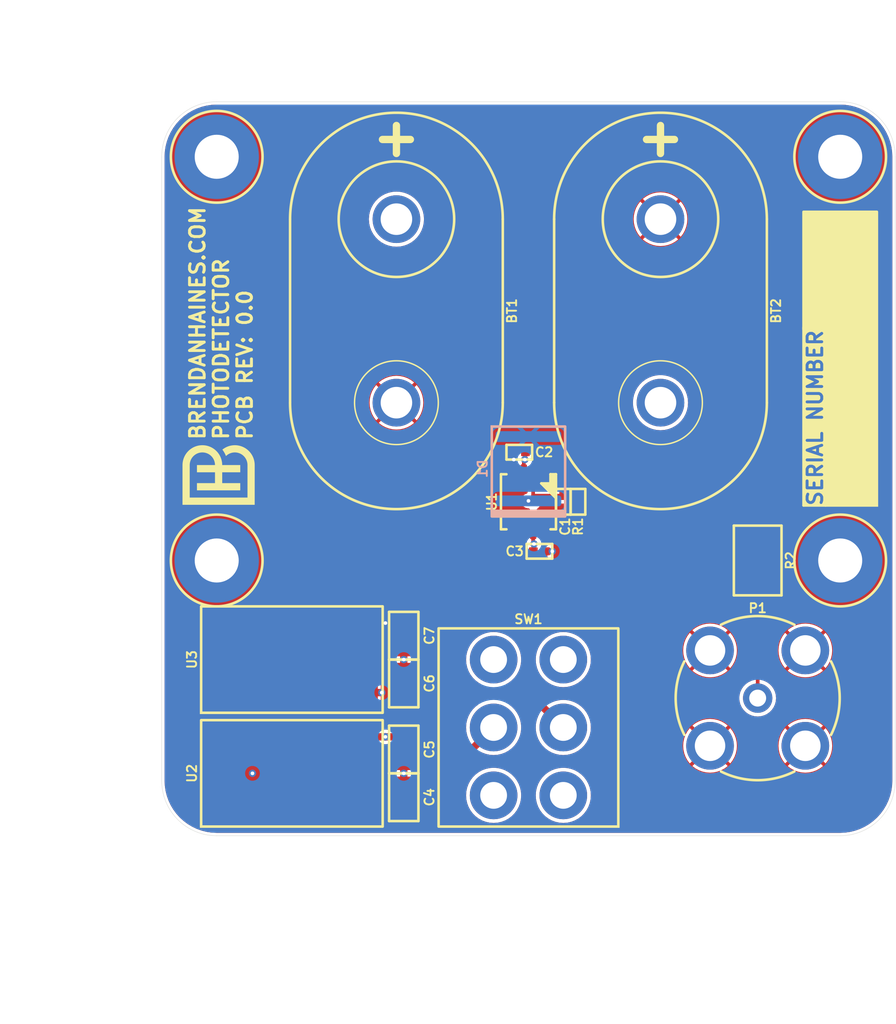
<source format=kicad_pcb>
(kicad_pcb
	(version 20240108)
	(generator "pcbnew")
	(generator_version "8.0")
	(general
		(thickness 1.6)
		(legacy_teardrops no)
	)
	(paper "A")
	(title_block
		(title "${PROJECT_NAME}")
		(rev "${PCB_REVISION}")
		(company "BRENDANHAINES.COM")
	)
	(layers
		(0 "F.Cu" signal)
		(1 "In1.Cu" signal)
		(2 "In2.Cu" signal)
		(31 "B.Cu" signal)
		(32 "B.Adhes" user "B.Adhesive")
		(33 "F.Adhes" user "F.Adhesive")
		(34 "B.Paste" user)
		(35 "F.Paste" user)
		(36 "B.SilkS" user "B.Silkscreen")
		(37 "F.SilkS" user "F.Silkscreen")
		(38 "B.Mask" user)
		(39 "F.Mask" user)
		(40 "Dwgs.User" user "User.Drawings")
		(41 "Cmts.User" user "User.Comments")
		(42 "Eco1.User" user "User.Eco1")
		(43 "Eco2.User" user "User.Eco2")
		(44 "Edge.Cuts" user)
		(45 "Margin" user)
		(46 "B.CrtYd" user "B.Courtyard")
		(47 "F.CrtYd" user "F.Courtyard")
		(48 "B.Fab" user)
		(49 "F.Fab" user)
		(50 "User.1" user)
		(51 "User.2" user)
		(52 "User.3" user)
		(53 "User.4" user)
		(54 "User.5" user)
		(55 "User.6" user)
		(56 "User.7" user)
		(57 "User.8" user)
		(58 "User.9" user)
	)
	(setup
		(stackup
			(layer "F.SilkS"
				(type "Top Silk Screen")
				(color "White")
			)
			(layer "F.Paste"
				(type "Top Solder Paste")
			)
			(layer "F.Mask"
				(type "Top Solder Mask")
				(color "Green")
				(thickness 0.01)
			)
			(layer "F.Cu"
				(type "copper")
				(thickness 0.035)
			)
			(layer "dielectric 1"
				(type "core")
				(thickness 0.48)
				(material "FR4")
				(epsilon_r 4.5)
				(loss_tangent 0.02)
			)
			(layer "In1.Cu"
				(type "copper")
				(thickness 0.035)
			)
			(layer "dielectric 2"
				(type "prepreg")
				(thickness 0.48)
				(material "FR4")
				(epsilon_r 4.5)
				(loss_tangent 0.02)
			)
			(layer "In2.Cu"
				(type "copper")
				(thickness 0.035)
			)
			(layer "dielectric 3"
				(type "core")
				(thickness 0.48)
				(material "FR4")
				(epsilon_r 4.5)
				(loss_tangent 0.02)
			)
			(layer "B.Cu"
				(type "copper")
				(thickness 0.035)
			)
			(layer "B.Mask"
				(type "Bottom Solder Mask")
				(color "Green")
				(thickness 0.01)
			)
			(layer "B.Paste"
				(type "Bottom Solder Paste")
			)
			(layer "B.SilkS"
				(type "Bottom Silk Screen")
				(color "White")
			)
			(copper_finish "ENIG")
			(dielectric_constraints no)
		)
		(pad_to_mask_clearance 0)
		(allow_soldermask_bridges_in_footprints no)
		(aux_axis_origin 101.6 101.6)
		(grid_origin 101.6 101.6)
		(pcbplotparams
			(layerselection 0x00010fc_ffffffff)
			(plot_on_all_layers_selection 0x0000000_00000000)
			(disableapertmacros no)
			(usegerberextensions no)
			(usegerberattributes yes)
			(usegerberadvancedattributes yes)
			(creategerberjobfile yes)
			(dashed_line_dash_ratio 12.000000)
			(dashed_line_gap_ratio 3.000000)
			(svgprecision 4)
			(plotframeref no)
			(viasonmask no)
			(mode 1)
			(useauxorigin no)
			(hpglpennumber 1)
			(hpglpenspeed 20)
			(hpglpendiameter 15.000000)
			(pdf_front_fp_property_popups yes)
			(pdf_back_fp_property_popups yes)
			(dxfpolygonmode yes)
			(dxfimperialunits yes)
			(dxfusepcbnewfont yes)
			(psnegative no)
			(psa4output no)
			(plotreference yes)
			(plotvalue yes)
			(plotfptext yes)
			(plotinvisibletext no)
			(sketchpadsonfab no)
			(subtractmaskfromsilk no)
			(outputformat 1)
			(mirror no)
			(drillshape 1)
			(scaleselection 1)
			(outputdirectory "")
		)
	)
	(property "PCB_REVISION" "0.0")
	(property "PROJECT_NAME" "PHOTODETECTOR")
	(net 0 "")
	(net 1 "GND")
	(net 2 "VDC_N5V0")
	(net 3 "/OUT")
	(net 4 "/IN")
	(net 5 "unconnected-(U1-NC-Pad5)")
	(net 6 "VDC_5V0")
	(net 7 "unconnected-(U1-NC-Pad1)")
	(net 8 "unconnected-(U1-NC-Pad8)")
	(net 9 "/VIN_9V0")
	(net 10 "/VIN_N9V0")
	(net 11 "unconnected-(SW1-A-Pad1)")
	(net 12 "unconnected-(SW1-A-Pad4)")
	(net 13 "Net-(U2-VIN)")
	(net 14 "Net-(U3-VIN)")
	(net 15 "/OUT50")
	(footprint "common:R1210" (layer "F.Cu") (at 117.475 107.95 -90))
	(footprint "common:C0805" (layer "F.Cu") (at 92.964 116.459 -90))
	(footprint "common:MH120X230_#4" (layer "F.Cu") (at 123.19 107.95))
	(footprint "common:TO-252-3" (layer "F.Cu") (at 82.4865 122.682 90))
	(footprint "common:LOGO_BH" (layer "F.Cu") (at 82.55 101.6 90))
	(footprint "common:C0805" (layer "F.Cu") (at 92.964 124.333 90))
	(footprint "common:Keystone_967" (layer "F.Cu") (at 110.744 90.678 -90))
	(footprint "common:C0805" (layer "F.Cu") (at 92.964 121.031 -90))
	(footprint "common:CK_1201M2S3CQE2" (layer "F.Cu") (at 101.6 119.507 180))
	(footprint "common:C0402" (layer "F.Cu") (at 100.965 100.457 180))
	(footprint "common:MH120X230_#4" (layer "F.Cu") (at 123.19 80.01))
	(footprint "common:TO-252-3" (layer "F.Cu") (at 82.4865 114.808 90))
	(footprint "common:C0805" (layer "F.Cu") (at 92.964 113.157 90))
	(footprint "common:C0402" (layer "F.Cu") (at 102.362 107.315))
	(footprint "common:MSOP8" (layer "F.Cu") (at 101.6 103.886 -90))
	(footprint "common:C0402" (layer "F.Cu") (at 104.013 103.886 -90))
	(footprint "common:MH120X230_#4" (layer "F.Cu") (at 80.01 107.95))
	(footprint "common:R0402" (layer "F.Cu") (at 105.029 103.886 -90))
	(footprint "common:Keystone_967" (layer "F.Cu") (at 92.456 90.678 -90))
	(footprint "common:2466267-1" (layer "F.Cu") (at 117.475 117.475 90))
	(footprint "common:MH120X230_#4" (layer "F.Cu") (at 80.01 80.01))
	(footprint "common:TEMD5110X01" (layer "B.Cu") (at 101.6 101.6 -90))
	(gr_line
		(start 122.174 104.14)
		(end 120.65 104.14)
		(stroke
			(width 0.1778)
			(type default)
		)
		(layer "F.SilkS")
		(uuid "02f441e5-e889-495f-87dd-b22be3aa3a13")
	)
	(gr_line
		(start 120.65 104.14)
		(end 120.65 91.821)
		(stroke
			(width 0.1778)
			(type default)
		)
		(layer "F.SilkS")
		(uuid "99698805-073f-4674-8b00-163cd08d3ab7")
	)
	(gr_poly
		(pts
			(xy 122.174 104.14) (xy 125.73 104.14) (xy 125.73 83.82) (xy 120.65 83.82) (xy 120.65 91.948) (xy 122.174 91.948)
		)
		(stroke
			(width 0.1778)
			(type solid)
		)
		(fill solid)
		(layer "F.SilkS")
		(uuid "e4eedc30-3a8f-445e-bd23-7046b0d95258")
	)
	(gr_line
		(start 76.2 80.01)
		(end 76.2 123.19)
		(stroke
			(width 0.0254)
			(type default)
		)
		(layer "Edge.Cuts")
		(uuid "01eeaaa2-1d96-4fbe-a7c0-eab31686fcf1")
	)
	(gr_arc
		(start 76.2 80.01)
		(mid 77.315923 77.315923)
		(end 80.01 76.2)
		(stroke
			(width 0.0254)
			(type default)
		)
		(layer "Edge.Cuts")
		(uuid "43123108-00ac-4a91-9a21-505fe9f540b7")
	)
	(gr_line
		(start 80.01 76.2)
		(end 123.19 76.2)
		(stroke
			(width 0.0254)
			(type default)
		)
		(layer "Edge.Cuts")
		(uuid "48120843-2e2a-4d0a-8268-ab901cdcc4b7")
	)
	(gr_line
		(start 123.19 127)
		(end 80.01 127)
		(stroke
			(width 0.0254)
			(type default)
		)
		(layer "Edge.Cuts")
		(uuid "799ba558-8122-48f3-8f20-8a331e6eb16e")
	)
	(gr_arc
		(start 123.19 76.2)
		(mid 125.884077 77.315923)
		(end 127 80.01)
		(stroke
			(width 0.0254)
			(type default)
		)
		(layer "Edge.Cuts")
		(uuid "7d8e835b-274b-4347-b69b-509aad33d996")
	)
	(gr_arc
		(start 127 123.19)
		(mid 125.884077 125.884077)
		(end 123.19 127)
		(stroke
			(width 0.0254)
			(type default)
		)
		(layer "Edge.Cuts")
		(uuid "95fe84bb-7111-4bc6-b57d-cd7018d67a30")
	)
	(gr_line
		(start 127 123.19)
		(end 127 80.01)
		(stroke
			(width 0.0254)
			(type default)
		)
		(layer "Edge.Cuts")
		(uuid "afaa3464-4511-458b-a9c8-5d3a7d059ede")
	)
	(gr_arc
		(start 80.01 127)
		(mid 77.315923 125.884077)
		(end 76.2 123.19)
		(stroke
			(width 0.0254)
			(type default)
		)
		(layer "Edge.Cuts")
		(uuid "e58e6794-0db3-438b-9daf-38a35d163066")
	)
	(gr_circle
		(center 117.475 117.475)
		(end 127 117.475)
		(stroke
			(width 0.127)
			(type default)
		)
		(fill none)
		(layer "User.1")
		(uuid "fbc57c31-2cd1-4fc5-9364-336e4162dae4")
	)
	(gr_text "BRENDANHAINES.COM\n${PROJECT_NAME}\nPCB REV: ${PCB_REVISION}"
		(at 82.55 99.695 90)
		(layer "F.SilkS")
		(uuid "437bdfe8-9461-4ec7-870c-371d6a52dc16")
		(effects
			(font
				(size 1.016 1.016)
				(thickness 0.2032)
				(bold yes)
			)
			(justify left bottom)
		)
	)
	(gr_text "SERIAL NUMBER"
		(at 122.047 104.267 90)
		(layer "F.SilkS" knockout)
		(uuid "6c2be5ce-85b7-4de0-9953-9a61d10d3e1f")
		(effects
			(font
				(size 1.016 1.016)
				(thickness 0.2032)
				(bold yes)
			)
			(justify left bottom)
		)
	)
	(dimension
		(type aligned)
		(layer "F.Fab")
		(uuid "01ee0b31-f02b-4470-b2f7-07b9d1207f38")
		(pts
			(xy 76.2 76.2) (xy 127 76.2)
		)
		(height -5.08)
		(gr_text "2000.0000 mils"
			(at 101.6 69.977 0)
			(layer "F.Fab")
			(uuid "01ee0b31-f02b-4470-b2f7-07b9d1207f38")
			(effects
				(font
					(size 1.016 1.016)
					(thickness 0.127)
				)
			)
		)
		(format
			(prefix "")
			(suffix "")
			(units 3)
			(units_format 1)
			(precision 4)
		)
		(style
			(thickness 0.127)
			(arrow_length 1.27)
			(text_position_mode 0)
			(extension_height 0.58642)
			(extension_offset 0.5) keep_text_aligned)
	)
	(dimension
		(type aligned)
		(layer "F.Fab")
		(uuid "0517aec2-45e6-4cc3-9803-feed6af5a135")
		(pts
			(xy 76.2 76.2) (xy 76.2 127)
		)
		(height 5.08)
		(gr_text "2000.0000 mils"
			(at 69.977 101.6 90)
			(layer "F.Fab")
			(uuid "0517aec2-45e6-4cc3-9803-feed6af5a135")
			(effects
				(font
					(size 1.016 1.016)
					(thickness 0.127)
				)
			)
		)
		(format
			(prefix "")
			(suffix "")
			(units 3)
			(units_format 1)
			(precision 4)
		)
		(style
			(thickness 0.127)
			(arrow_length 1.27)
			(text_position_mode 0)
			(extension_height 0.58642)
			(extension_offset 0.5) keep_text_aligned)
	)
	(segment
		(start 101.39 100.921)
		(end 101.346 100.965)
		(width 0.254)
		(layer "F.Cu")
		(net 1)
		(uuid "033e0b65-d720-4225-a83b-7706286ae485")
	)
	(segment
		(start 101.275 101.036)
		(end 101.346 100.965)
		(width 0.254)
		(layer "F.Cu")
		(net 1)
		(uuid "25c71520-af31-417b-8c54-76f8745ade98")
	)
	(segment
		(start 91.439 117.093)
		(end 91.44 117.094)
		(width 0.508)
		(layer "F.Cu")
		(net 1)
		(uuid "34f408ec-5421-4607-9a89-8f1092996f0f")
	)
	(segment
		(start 92.964 114.032)
		(end 92.964 114.808)
		(width 0.508)
		(layer "F.Cu")
		(net 1)
		(uuid "62d1c073-bed1-4f8e-ac35-30771db702c6")
	)
	(segment
		(start 89.6665 117.093)
		(end 91.439 117.093)
		(width 0.508)
		(layer "F.Cu")
		(net 1)
		(uuid "784b576f-3420-4d38-b964-0c2aa2fb929d")
	)
	(segment
		(start 92.964 115.584)
		(end 92.964 114.808)
		(width 0.508)
		(layer "F.Cu")
		(net 1)
		(uuid "99c5e7d7-2fc4-4ce1-8db0-3a1bfc9c53da")
	)
	(segment
		(start 92.964 123.458)
		(end 92.964 122.682)
		(width 0.508)
		(layer "F.Cu")
		(net 1)
		(uuid "a39df9a9-8a65-40cc-a009-07945bdd2e02")
	)
	(segment
		(start 102.787 107.315)
		(end 103.251 107.315)
		(width 0.254)
		(layer "F.Cu")
		(net 1)
		(uuid "b284396e-9274-498f-9877-44ba5e001d46")
	)
	(segment
		(start 101.275 101.786)
		(end 101.275 101.036)
		(width 0.254)
		(layer "F.Cu")
		(net 1)
		(uuid "d232a758-3aed-4d90-9c4e-be8a616ccdcf")
	)
	(segment
		(start 92.964 121.906)
		(end 92.964 122.682)
		(width 0.508)
		(layer "F.Cu")
		(net 1)
		(uuid "f39609da-8e9d-46b4-acc9-e20d5582d78f")
	)
	(segment
		(start 101.39 100.457)
		(end 101.39 100.921)
		(width 0.254)
		(layer "F.Cu")
		(net 1)
		(uuid "f78b35cf-d7a4-425c-9861-96e4a2cabdf0")
	)
	(via
		(at 92.964 122.682)
		(size 0.508)
		(drill 0.254)
		(layers "F.Cu" "B.Cu")
		(net 1)
		(uuid "08a77980-d616-44e7-a5b9-2f92f8693f4e")
	)
	(via
		(at 103.251 107.315)
		(size 0.508)
		(drill 0.254)
		(layers "F.Cu" "B.Cu")
		(net 1)
		(uuid "6d5f23d5-2192-4748-9e3b-1967c90573ed")
	)
	(via
		(at 92.964 114.808)
		(size 0.508)
		(drill 0.254)
		(layers "F.Cu" "B.Cu")
		(net 1)
		(uuid "863ffb29-42a9-4e2d-b49b-21247fba832a")
	)
	(via
		(at 91.44 117.094)
		(size 0.508)
		(drill 0.254)
		(layers "F.Cu" "B.Cu")
		(net 1)
		(uuid "9b4bdd0d-231d-49b9-9173-71e3ae4a9c9e")
	)
	(via
		(at 101.346 100.965)
		(size 0.508)
		(drill 0.254)
		(layers "F.Cu" "B.Cu")
		(net 1)
		(uuid "a972b85d-e555-46b9-a596-249d72abf652")
	)
	(via
		(at 82.4865 122.682)
		(size 0.508)
		(drill 0.254)
		(layers "F.Cu" "B.Cu")
		(net 1)
		(uuid "bad55283-092d-4b04-bca5-0e6b86a0e018")
	)
	(segment
		(start 100.54 100.457)
		(end 100.54 100.921)
		(width 0.254)
		(layer "F.Cu")
		(net 2)
		(uuid "2ad45a2d-28a9-4c52-9cea-abd50add0c8d")
	)
	(segment
		(start 91.694 112.282)
		(end 89.9075 112.282)
		(width 0.508)
		(layer "F.Cu")
		(net 2)
		(uuid "415eda9f-9912-4fdd-8d6e-5a2e3cd6a78e")
	)
	(segment
		(start 92.964 112.282)
		(end 91.694 112.282)
		(width 0.508)
		(layer "F.Cu")
		(net 2)
		(uuid "83b0131d-9443-4249-9cee-24225029d2b4")
	)
	(segment
		(start 100.54 100.921)
		(end 100.584 100.965)
		(width 0.254)
		(layer "F.Cu")
		(net 2)
		(uuid "ac6ce9ac-3dfb-4d44-b641-2ca53220beb6")
	)
	(segment
		(start 89.9075 112.282)
		(end 89.6665 112.523)
		(width 0.508)
		(layer "F.Cu")
		(net 2)
		(uuid "b14939bc-6fbc-4bff-903c-66dd331d321f")
	)
	(segment
		(start 100.625 101.006)
		(end 100.584 100.965)
		(width 0.254)
		(layer "F.Cu")
		(net 2)
		(uuid "c2f5bc59-e2d3-42ec-8fb3-1bf07efb25b2")
	)
	(segment
		(start 100.625 101.786)
		(end 100.625 101.006)
		(width 0.254)
		(layer "F.Cu")
		(net 2)
		(uuid "f6317957-9718-4ac2-9490-67f41a4bda1f")
	)
	(via
		(at 91.694 112.282)
		(size 0.508)
		(drill 0.254)
		(layers "F.Cu" "B.Cu")
		(net 2)
		(uuid "197a43c5-66cc-4a7d-9647-44b4803fe515")
	)
	(via
		(at 100.584 100.965)
		(size 0.508)
		(drill 0.254)
		(layers "F.Cu" "B.Cu")
		(net 2)
		(uuid "e1ed01b3-5b03-4bb0-9f57-d9a4fe452871")
	)
	(segment
		(start 102.450001 104.311)
		(end 101.275 105.486001)
		(width 0.254)
		(layer "F.Cu")
		(net 3)
		(uuid "1b253dfd-aec0-4a87-a101-a2918ee0b595")
	)
	(segment
		(start 101.275 105.486001)
		(end 101.275 105.986)
		(width 0.254)
		(layer "F.Cu")
		(net 3)
		(uuid "354afe66-b371-4c9f-b2bb-39a109d1a2c8")
	)
	(segment
		(start 115.233 104.311)
		(end 117.475 106.553)
		(width 0.254)
		(layer "F.Cu")
		(net 3)
		(uuid "73f1b040-b391-4111-a040-fdce74735d5e")
	)
	(segment
		(start 105.029 104.311)
		(end 104.013 104.311)
		(width 0.254)
		(layer "F.Cu")
		(net 3)
		(uuid "7940c1d8-ad93-4a08-ba4c-a8140ab768e7")
	)
	(segment
		(start 105.029 104.311)
		(end 115.233 104.311)
		(width 0.254)
		(layer "F.Cu")
		(net 3)
		(uuid "e6aa7b44-fa20-453b-b586-83e39e52fc7c")
	)
	(segment
		(start 104.013 104.311)
		(end 102.450001 104.311)
		(width 0.254)
		(layer "F.Cu")
		(net 3)
		(uuid "fcef14f5-2e72-45e8-9fbc-443f42bcfea6")
	)
	(segment
		(start 105.029 103.461)
		(end 101.964 103.461)
		(width 0.254)
		(layer "F.Cu")
		(net 4)
		(uuid "04af82c3-dd1e-4590-9a68-9357d1884b8f")
	)
	(segment
		(start 101.925 103.422)
		(end 101.964 103.461)
		(width 0.254)
		(layer "F.Cu")
		(net 4)
		(uuid "16dd5f3d-b832-49c8-af0e-372027801121")
	)
	(segment
		(start 101.964 103.461)
		(end 101.6 103.825)
		(width 0.254)
		(layer "F.Cu")
		(net 4)
		(uuid "230d4c2d-5f39-4f8a-bf79-a4726d7a440e")
	)
	(segment
		(start 101.925 101.786)
		(end 101.925 103.422)
		(width 0.254)
		(layer "F.Cu")
		(net 4)
		(uuid "307e854c-213c-412c-9a6b-b4abe9e4bad7")
	)
	(via
		(at 101.6 103.825)
		(size 0.508)
		(drill 0.254)
		(layers "F.Cu" "B.Cu")
		(net 4)
		(uuid "17cd1a80-b815-4823-986b-37b0b506414b")
	)
	(segment
		(start 101.925 105.986)
		(end 101.925 106.751)
		(width 0.254)
		(layer "F.Cu")
		(net 6)
		(uuid "1f150edc-8adf-4d46-a619-f8b828210f04")
	)
	(segment
		(start 89.9075 120.156)
		(end 91.694 120.156)
		(width 0.508)
		(layer "F.Cu")
		(net 6)
		(uuid "3025e666-1c98-43ef-912d-9e30e0737762")
	)
	(segment
		(start 101.937 106.851)
		(end 101.981 106.807)
		(width 0.254)
		(layer "F.Cu")
		(net 6)
		(uuid "47a40d2d-9a03-4e73-8ccb-3adcec141829")
	)
	(segment
		(start 101.937 107.315)
		(end 101.937 106.851)
		(width 0.254)
		(layer "F.Cu")
		(net 6)
		(uuid "b17d9dbd-8fe4-49f6-82f5-c7f7899a80b2")
	)
	(segment
		(start 91.694 120.156)
		(end 92.964 120.156)
		(width 0.508)
		(layer "F.Cu")
		(net 6)
		(uuid "c2b20ca2-7eb2-4347-a1ae-8151cd039d6d")
	)
	(segment
		(start 89.6665 120.397)
		(end 89.9075 120.156)
		(width 0.508)
		(layer "F.Cu")
		(net 6)
		(uuid "d51e88ee-ccb1-4848-874b-17d0556fd8ad")
	)
	(segment
		(start 101.925 106.751)
		(end 101.981 106.807)
		(width 0.254)
		(layer "F.Cu")
		(net 6)
		(uuid "ee104851-1ece-45ae-90c1-65872cb34eee")
	)
	(via
		(at 91.694 120.156)
		(size 0.508)
		(drill 0.254)
		(layers "F.Cu" "B.Cu")
		(net 6)
		(uuid "e36d3e94-4b17-44ac-9ed0-4afcdac2e3ec")
	)
	(via
		(at 101.981 106.807)
		(size 0.508)
		(drill 0.254)
		(layers "F.Cu" "B.Cu")
		(net 6)
		(uuid "f2d93b91-6eda-4c84-b01e-23b35f587b3c")
	)
	(segment
		(start 107.442 106.68)
		(end 107.315 106.68)
		(width 0.508)
		(layer "In2.Cu")
		(net 9)
		(uuid "352c93bf-b326-48a7-be9c-f53f45c9a6a3")
	)
	(segment
		(start 107.442 99.314)
		(end 107.442 106.68)
		(width 0.508)
		(layer "In2.Cu")
		(net 9)
		(uuid "49f823b3-4134-4b15-afe8-2659d3c7a70b")
	)
	(segment
		(start 92.456 84.328)
		(end 107.442 99.314)
		(width 0.508)
		(layer "In2.Cu")
		(net 9)
		(uuid "4ae49752-62d1-468c-a1a6-d457259a52e1")
	)
	(segment
		(start 107.315 106.68)
		(end 99.187 114.808)
		(width 0.508)
		(layer "In2.Cu")
		(net 9)
		(uuid "8ea29e58-27a6-4246-8312-37aaaf305e8a")
	)
	(segment
		(start 110.744 97.028)
		(end 110.744 108.077)
		(width 0.508)
		(layer "In2.Cu")
		(net 10)
		(uuid "0f5b7b8a-bce5-419f-aa88-9df62a6f0bae")
	)
	(segment
		(start 110.744 108.077)
		(end 104.013 114.808)
		(width 0.508)
		(layer "In2.Cu")
		(net 10)
		(uuid "817862ec-4a89-4310-a142-5db5643fdbe2")
	)
	(segment
		(start 89.6665 124.967)
		(end 89.9075 125.208)
		(width 0.508)
		(layer "F.Cu")
		(net 13)
		(uuid "289822c4-5f70-4498-be24-ff77c949229e")
	)
	(segment
		(start 99.187 119.507)
		(end 93.486 125.208)
		(width 0.508)
		(layer "F.Cu")
		(net 13)
		(uuid "6399602d-dc0f-40ea-871e-1569c8cecbf3")
	)
	(segment
		(start 93.486 125.208)
		(end 92.964 125.208)
		(width 0.508)
		(layer "F.Cu")
		(net 13)
		(uuid "67b583fa-702b-40dd-a179-d442d74f1ea2")
	)
	(segment
		(start 89.9075 125.208)
		(end 92.964 125.208)
		(width 0.508)
		(layer "F.Cu")
		(net 13)
		(uuid "77bb9cc8-529f-4194-84d7-a062e7d77f32")
	)
	(segment
		(start 86.4235 118.745)
		(end 82.4865 114.808)
		(width 0.508)
		(layer "F.Cu")
		(net 14)
		(uuid "18c953db-9044-4dd8-a678-4cd837944c99")
	)
	(segment
		(start 104.013 119.507)
		(end 101.727 117.221)
		(width 0.508)
		(layer "F.Cu")
		(net 14)
		(uuid "ad602a0e-6e70-4f64-a6cc-de2b8e9961c7")
	)
	(segment
		(start 91.553 118.745)
		(end 86.4235 118.745)
		(width 0.508)
		(layer "F.Cu")
		(net 14)
		(uuid "b9e9838e-c26a-4f57-90e2-8a87947b6271")
	)
	(segment
		(start 92.964 117.334)
		(end 91.553 118.745)
		(width 0.508)
		(layer "F.Cu")
		(net 14)
		(uuid "c2c7bf6b-0f8f-4d6e-a331-8668962ef907")
	)
	(segment
		(start 101.727 117.221)
		(end 94.107 117.221)
		(width 0.508)
		(layer "F.Cu")
		(net 14)
		(uuid "df79fec8-c75e-4eef-9578-bba446c9b5fe")
	)
	(segment
		(start 117.475 109.347)
		(end 117.475 117.475)
		(width 0.254)
		(layer "F.Cu")
		(net 15)
		(uuid "2a567e8f-b85e-4c7e-8f02-72254f0165b0")
	)
	(zone
		(net 1)
		(net_name "GND")
		(layers "F.Cu" "In1.Cu")
		(uuid "d5b18001-fc96-453b-a341-422c30736ad2")
		(hatch edge 0.5)
		(connect_pads
			(clearance 0.254)
		)
		(min_thickness 0.254)
		(filled_areas_thickness no)
		(fill yes
			(thermal_gap 0.2032)
			(thermal_bridge_width 0.254)
		)
		(polygon
			(pts
				(xy 127 127) (xy 127 76.2) (xy 76.2 76.2) (xy 76.2 127)
			)
		)
		(filled_polygon
			(layer "F.Cu")
			(pts
				(xy 123.193093 76.400651) (xy 123.537616 76.417577) (xy 123.54991 76.418788) (xy 123.888062 76.468948)
				(xy 123.900172 76.471357) (xy 124.231783 76.554421) (xy 124.243596 76.558004) (xy 124.56548 76.673176)
				(xy 124.57688 76.677898) (xy 124.809937 76.788125) (xy 124.885912 76.824059) (xy 124.896817 76.829888)
				(xy 125.190024 77.005629) (xy 125.200305 77.012499) (xy 125.47487 77.216131) (xy 125.484428 77.223975)
				(xy 125.737721 77.453546) (xy 125.746459 77.462284) (xy 125.976024 77.715571) (xy 125.983868 77.725129)
				(xy 126.1875 77.999694) (xy 126.19437 78.009975) (xy 126.370111 78.303182) (xy 126.37594 78.314087)
				(xy 126.522096 78.623107) (xy 126.526828 78.634531) (xy 126.641992 78.956393) (xy 126.645581 78.968226)
				(xy 126.72864 79.299818) (xy 126.731052 79.311945) (xy 126.78121 79.650083) (xy 126.782422 79.662388)
				(xy 126.799348 80.006906) (xy 126.7995 80.013089) (xy 126.7995 123.18691) (xy 126.799348 123.193093)
				(xy 126.782422 123.537611) (xy 126.78121 123.549916) (xy 126.731052 123.888054) (xy 126.72864 123.900181)
				(xy 126.645581 124.231773) (xy 126.641992 124.243606) (xy 126.526828 124.565468) (xy 126.522096 124.576892)
				(xy 126.37594 124.885912) (xy 126.370111 124.896817) (xy 126.19437 125.190024) (xy 126.1875 125.200305)
				(xy 125.983868 125.47487) (xy 125.976024 125.484428) (xy 125.746459 125.737715) (xy 125.737715 125.746459)
				(xy 125.484428 125.976024) (xy 125.47487 125.983868) (xy 125.200305 126.1875) (xy 125.190024 126.19437)
				(xy 124.896817 126.370111) (xy 124.885912 126.37594) (xy 124.576892 126.522096) (xy 124.565468 126.526828)
				(xy 124.243606 126.641992) (xy 124.231773 126.645581) (xy 123.900181 126.72864) (xy 123.888054 126.731052)
				(xy 123.549916 126.78121) (xy 123.537611 126.782422) (xy 123.193094 126.799348) (xy 123.186911 126.7995)
				(xy 80.013089 126.7995) (xy 80.006906 126.799348) (xy 79.662388 126.782422) (xy 79.650083 126.78121)
				(xy 79.311945 126.731052) (xy 79.299818 126.72864) (xy 78.968226 126.645581) (xy 78.956393 126.641992)
				(xy 78.634531 126.526828) (xy 78.623107 126.522096) (xy 78.314087 126.37594) (xy 78.303182 126.370111)
				(xy 78.009975 126.19437) (xy 77.999694 126.1875) (xy 77.725129 125.983868) (xy 77.715571 125.976024)
				(xy 77.507192 125.787161) (xy 77.462278 125.746453) (xy 77.453546 125.737721) (xy 77.433021 125.715075)
				(xy 79.633027 125.715075) (xy 79.791113 125.770392) (xy 79.791118 125.770394) (xy 79.922514 125.785199)
				(xy 85.050485 125.785199) (xy 85.181875 125.770395) (xy 85.181883 125.770394) (xy 85.33997 125.715075)
				(xy 85.339971 125.715075) (xy 82.486501 122.861605) (xy 82.486499 122.861605) (xy 79.633027 125.715075)
				(xy 77.433021 125.715075) (xy 77.28052 125.546816) (xy 77.223975 125.484428) (xy 77.216131 125.47487)
				(xy 77.012499 125.200305) (xy 77.005629 125.190024) (xy 76.998053 125.177385) (xy 76.891491 124.999596)
				(xy 76.829888 124.896817) (xy 76.824059 124.885912) (xy 76.757039 124.74421) (xy 76.677898 124.57688)
				(xy 76.673176 124.56548) (xy 76.558004 124.243596) (xy 76.554421 124.231783) (xy 76.471357 123.900172)
				(xy 76.468947 123.888054) (xy 76.457735 123.812471) (xy 76.418788 123.54991) (xy 76.417577 123.53761)
				(xy 76.400652 123.193092) (xy 76.4005 123.18691) (xy 76.4005 120.318014) (xy 79.1833 120.318014)
				(xy 79.1833 125.045985) (xy 79.198104 125.177374) (xy 79.198106 125.177385) (xy 79.256396 125.343968)
				(xy 79.256397 125.343971) (xy 79.350293 125.493405) (xy 79.350294 125.493407) (xy 79.42289 125.566003)
				(xy 79.422892 125.566003) (xy 82.306895 122.682) (xy 82.306895 122.681999) (xy 82.306894 122.681998)
				(xy 82.666105 122.681998) (xy 82.666105 122.682001) (xy 85.550107 125.566003) (xy 85.622706 125.493404)
				(xy 85.716602 125.34397) (xy 85.716603 125.343968) (xy 85.774893 125.177384) (xy 85.789699 125.045985)
				(xy 85.789699 122.382706) (xy 92.0608 122.382706) (xy 92.066804 122.428311) (xy 92.113484 122.528416)
				(xy 92.113484 122.528417) (xy 92.177972 122.592905) (xy 92.211998 122.655217) (xy 92.206933 122.726032)
				(xy 92.177972 122.771095) (xy 92.113484 122.835582) (xy 92.113484 122.835583) (xy 92.066804 122.935688)
				(xy 92.0608 122.981293) (xy 92.0608 123.331) (xy 92.837 123.331) (xy 93.091 123.331) (xy 93.8672 123.331)
				(xy 93.8672 122.981305) (xy 93.867199 122.981293) (xy 93.861195 122.935688) (xy 93.814515 122.835583)
				(xy 93.814515 122.835582) (xy 93.750028 122.771095) (xy 93.716002 122.708783) (xy 93.721067 122.637968)
				(xy 93.750028 122.592905) (xy 93.814515 122.528417) (xy 93.814515 122.528416) (xy 93.861195 122.428311)
				(xy 93.867199 122.382706) (xy 93.8672 122.382695) (xy 93.8672 122.033) (xy 93.091 122.033) (xy 93.091 123.331)
				(xy 92.837 123.331) (xy 92.837 122.033) (xy 92.0608 122.033) (xy 92.0608 122.382706) (xy 85.789699 122.382706)
				(xy 85.789699 120.318014) (xy 85.774895 120.186625) (xy 85.774893 120.186614) (xy 85.716603 120.020031)
				(xy 85.716602 120.020028) (xy 85.622706 119.870594) (xy 85.622705 119.870592) (xy 85.550109 119.797996)
				(xy 85.550107 119.797996) (xy 82.666105 122.681998) (xy 82.306894 122.681998) (xy 79.422892 119.797996)
				(xy 79.422891 119.797996) (xy 79.350292 119.870596) (xy 79.256397 120.020029) (xy 79.256396 120.020031)
				(xy 79.198106 120.186615) (xy 79.1833 120.318014) (xy 76.4005 120.318014) (xy 76.4005 119.648923)
				(xy 79.633027 119.648923) (xy 82.486499 122.502395) (xy 82.486501 122.502395) (xy 85.339971 119.648923)
				(xy 85.181884 119.593606) (xy 85.050485 119.5788) (xy 79.922514 119.5788) (xy 79.791125 119.593604)
				(xy 79.791122 119.593604) (xy 79.633027 119.648923) (xy 76.4005 119.648923) (xy 76.4005 112.415416)
				(xy 79.132 112.415416) (xy 79.132 117.200583) (xy 79.134762 117.241317) (xy 79.134764 117.24133)
				(xy 79.178568 117.417466) (xy 79.178569 117.417468) (xy 79.259218 117.580084) (xy 79.259219 117.580086)
				(xy 79.372939 117.72156) (xy 79.514413 117.83528) (xy 79.514415 117.835281) (xy 79.677029 117.91593)
				(xy 79.677032 117.91593) (xy 79.677033 117.915931) (xy 79.853169 117.959735) (xy 79.853171 117.959735)
				(xy 79.853178 117.959737) (xy 79.865715 117.960587) (xy 79.893917 117.9625) (xy 79.893926 117.9625)
				(xy 84.869683 117.9625) (xy 84.937804 117.982502) (xy 84.958778 117.999405) (xy 86.111272 119.1519)
				(xy 86.111275 119.151902) (xy 86.111277 119.151903) (xy 86.227226 119.218847) (xy 86.356555 119.2535)
				(xy 86.356557 119.2535) (xy 88.036287 119.2535) (xy 88.104408 119.273502) (xy 88.150901 119.327158)
				(xy 88.161005 119.397432) (xy 88.131511 119.462012) (xy 88.112993 119.47946) (xy 88.084576 119.501266)
				(xy 88.076762 119.507262) (xy 87.984677 119.627269) (xy 87.984675 119.627272) (xy 87.926787 119.767026)
				(xy 87.912 119.879346) (xy 87.912 120.914649) (xy 87.912001 120.914658) (xy 87.926787 121.026973)
				(xy 87.926788 121.026975) (xy 87.949883 121.082732) (xy 87.984067 121.16526) (xy 87.984676 121.166729)
				(xy 88.076762 121.286738) (xy 88.196771 121.378824) (xy 88.336525 121.436712) (xy 88.448849 121.4515)
				(xy 90.88415 121.451499) (xy 90.996475 121.436712) (xy 91.136229 121.378824) (xy 91.256238 121.286738)
				(xy 91.348324 121.166729) (xy 91.406212 121.026975) (xy 91.421 120.914651) (xy 91.421 120.7905)
				(xy 91.441002 120.722379) (xy 91.494658 120.675886) (xy 91.547 120.6645) (xy 91.620889 120.6645)
				(xy 91.627055 120.6645) (xy 91.923109 120.6645) (xy 91.99123 120.684502) (xy 92.036306 120.735161)
				(xy 92.07325 120.810732) (xy 92.159266 120.896748) (xy 92.159267 120.896748) (xy 92.159269 120.89675)
				(xy 92.261224 120.946592) (xy 92.313638 120.994479) (xy 92.331841 121.063102) (xy 92.310055 121.130673)
				(xy 92.259135 121.173984) (xy 92.191583 121.205483) (xy 92.113484 121.283582) (xy 92.113484 121.283583)
				(xy 92.066804 121.383688) (xy 92.0608 121.429293) (xy 92.0608 121.779) (xy 93.8672 121.779) (xy 93.8672 121.429305)
				(xy 93.867199 121.429293) (xy 93.861195 121.383688) (xy 93.814515 121.283583) (xy 93.814515 121.283582)
				(xy 93.736415 121.205482) (xy 93.668865 121.173984) (xy 93.615579 121.127067) (xy 93.596118 121.05879)
				(xy 93.616659 120.99083) (xy 93.666773 120.946593) (xy 93.768731 120.89675) (xy 93.85475 120.810731)
				(xy 93.908177 120.701443) (xy 93.9185 120.630592) (xy 93.9185 119.681408) (xy 93.908177 119.610557)
				(xy 93.85475 119.501269) (xy 93.854748 119.501267) (xy 93.854748 119.501266) (xy 93.768733 119.415251)
				(xy 93.732283 119.397432) (xy 93.659443 119.361823) (xy 93.612209 119.354941) (xy 93.588593 119.3515)
				(xy 93.588592 119.3515) (xy 92.339408 119.3515) (xy 92.339406 119.3515) (xy 92.292174 119.358382)
				(xy 92.268557 119.361823) (xy 92.243487 119.374079) (xy 92.159266 119.415251) (xy 92.07325 119.501267)
				(xy 92.036306 119.576839) (xy 91.988418 119.629253) (xy 91.923109 119.6475) (xy 91.425983 119.6475)
				(xy 91.357862 119.627498) (xy 91.326021 119.598204) (xy 91.25624 119.507264) (xy 91.256238 119.507263)
				(xy 91.256238 119.507262) (xy 91.220008 119.479461) (xy 91.178142 119.422125) (xy 91.17392 119.351254)
				(xy 91.208684 119.289351) (xy 91.271397 119.25607) (xy 91.296713 119.2535) (xy 91.619943 119.2535)
				(xy 91.619945 119.2535) (xy 91.749274 119.218847) (xy 91.865227 119.151901) (xy 92.841723 118.175405)
				(xy 92.904035 118.14138) (xy 92.930818 118.1385) (xy 93.588587 118.1385) (xy 93.588592 118.1385)
				(xy 93.659443 118.128177) (xy 93.768731 118.07475) (xy 93.85475 117.988731) (xy 93.908177 117.879443)
				(xy 93.914312 117.837333) (xy 93.943927 117.772809) (xy 94.003725 117.734537) (xy 94.038996 117.7295)
				(xy 94.040055 117.7295) (xy 98.003233 117.7295) (xy 98.071354 117.749502) (xy 98.117847 117.803158)
				(xy 98.127951 117.873432) (xy 98.098457 117.938012) (xy 98.078742 117.956368) (xy 97.935977 118.063239)
				(xy 97.935968 118.063247) (xy 97.743247 118.255968) (xy 97.743239 118.255977) (xy 97.579897 118.474178)
				(xy 97.449269 118.713403) (xy 97.354015 118.968789) (xy 97.296077 119.235129) (xy 97.276633 119.507)
				(xy 97.296077 119.77887) (xy 97.348537 120.020029) (xy 97.354016 120.045213) (xy 97.449269 120.300595)
				(xy 97.44927 120.300596) (xy 97.483535 120.363349) (xy 97.498626 120.432724) (xy 97.473815 120.499244)
				(xy 97.462042 120.512829) (xy 94.082295 123.892577) (xy 94.019983 123.926603) (xy 93.949168 123.921538)
				(xy 93.892332 123.878991) (xy 93.867521 123.812471) (xy 93.8672 123.803482) (xy 93.8672 123.585)
				(xy 92.0608 123.585) (xy 92.0608 123.934706) (xy 92.066804 123.980311) (xy 92.113484 124.080416)
				(xy 92.113484 124.080417) (xy 92.191584 124.158517) (xy 92.259134 124.190015) (xy 92.312419 124.236931)
				(xy 92.331881 124.305208) (xy 92.31134 124.373168) (xy 92.261224 124.417407) (xy 92.159267 124.46725)
				(xy 92.07325 124.553267) (xy 92.036306 124.628839) (xy 91.988418 124.681253) (xy 91.923109 124.6995)
				(xy 91.546999 124.6995) (xy 91.478878 124.679498) (xy 91.432385 124.625842) (xy 91.420999 124.5735)
				(xy 91.420999 124.44935) (xy 91.420998 124.449341) (xy 91.406212 124.337026) (xy 91.406212 124.337025)
				(xy 91.348324 124.197271) (xy 91.256238 124.077262) (xy 91.136229 123.985176) (xy 91.012984 123.934126)
				(xy 90.996473 123.927287) (xy 90.923351 123.91766) (xy 90.884151 123.9125) (xy 90.884148 123.9125)
				(xy 88.44885 123.9125) (xy 88.448841 123.912501) (xy 88.336526 123.927287) (xy 88.336525 123.927288)
				(xy 88.196772 123.985175) (xy 88.196769 123.985177) (xy 88.076762 124.077262) (xy 87.984677 124.197269)
				(xy 87.984675 124.197272) (xy 87.926787 124.337026) (xy 87.912 124.449346) (xy 87.912 125.484649)
				(xy 87.912001 125.484658) (xy 87.926787 125.596973) (xy 87.926788 125.596975) (xy 87.984676 125.736729)
				(xy 88.076762 125.856738) (xy 88.196771 125.948824) (xy 88.336525 126.006712) (xy 88.448849 126.0215)
				(xy 90.88415 126.021499) (xy 90.996475 126.006712) (xy 91.136229 125.948824) (xy 91.256238 125.856738)
				(xy 91.274397 125.833072) (xy 91.326021 125.765796) (xy 91.383359 125.723929) (xy 91.425983 125.7165)
				(xy 91.923109 125.7165) (xy 91.99123 125.736502) (xy 92.036306 125.787161) (xy 92.07325 125.862732)
				(xy 92.159266 125.948748) (xy 92.159267 125.948748) (xy 92.159269 125.94875) (xy 92.268557 126.002177)
				(xy 92.339408 126.0125) (xy 92.339413 126.0125) (xy 93.588587 126.0125) (xy 93.588592 126.0125)
				(xy 93.659443 126.002177) (xy 93.768731 125.94875) (xy 93.85475 125.862731) (xy 93.908177 125.753443)
				(xy 93.9185 125.682592) (xy 93.9185 125.546816) (xy 93.938502 125.478695) (xy 93.9554 125.457726)
				(xy 95.207126 124.206) (xy 97.276633 124.206) (xy 97.296077 124.47787) (xy 97.354015 124.74421)
				(xy 97.449269 124.999596) (xy 97.4746 125.045985) (xy 97.579897 125.238822) (xy 97.658608 125.343968)
				(xy 97.743239 125.457022) (xy 97.743247 125.457031) (xy 97.935968 125.649752) (xy 97.935976 125.649759)
				(xy 98.154178 125.813103) (xy 98.393405 125.943731) (xy 98.648787 126.038984) (xy 98.915126 126.096922)
				(xy 99.187 126.116367) (xy 99.458874 126.096922) (xy 99.725213 126.038984) (xy 99.980595 125.943731)
				(xy 100.219822 125.813103) (xy 100.438024 125.649759) (xy 100.630759 125.457024) (xy 100.794103 125.238822)
				(xy 100.924731 124.999595) (xy 101.019984 124.744213) (xy 101.077922 124.477874) (xy 101.097367 124.206)
				(xy 102.102633 124.206) (xy 102.122077 124.47787) (xy 102.180015 124.74421) (xy 102.275269 124.999596)
				(xy 102.3006 125.045985) (xy 102.405897 125.238822) (xy 102.484608 125.343968) (xy 102.569239 125.457022)
				(xy 102.569247 125.457031) (xy 102.761968 125.649752) (xy 102.761976 125.649759) (xy 102.980178 125.813103)
				(xy 103.219405 125.943731) (xy 103.474787 126.038984) (xy 103.741126 126.096922) (xy 104.013 126.116367)
				(xy 104.284874 126.096922) (xy 104.551213 126.038984) (xy 104.806595 125.943731) (xy 105.045822 125.813103)
				(xy 105.264024 125.649759) (xy 105.456759 125.457024) (xy 105.620103 125.238822) (xy 105.750731 124.999595)
				(xy 105.845984 124.744213) (xy 105.903922 124.477874) (xy 105.923367 124.206) (xy 105.903922 123.934126)
				(xy 105.845984 123.667787) (xy 105.750731 123.412405) (xy 105.620103 123.173178) (xy 105.456759 122.954976)
				(xy 105.456752 122.954968) (xy 105.264031 122.762247) (xy 105.264022 122.762239) (xy 105.156836 122.682001)
				(xy 105.045822 122.598897) (xy 104.869092 122.502395) (xy 104.806596 122.468269) (xy 104.55121 122.373015)
				(xy 104.28487 122.315077) (xy 104.013 122.295633) (xy 103.741129 122.315077) (xy 103.474789 122.373015)
				(xy 103.219403 122.468269) (xy 102.980178 122.598897) (xy 102.761977 122.762239) (xy 102.761968 122.762247)
				(xy 102.569247 122.954968) (xy 102.569239 122.954977) (xy 102.405897 123.173178) (xy 102.275269 123.412403)
				(xy 102.180015 123.667789) (xy 102.122077 123.934129) (xy 102.102633 124.206) (xy 101.097367 124.206)
				(xy 101.077922 123.934126) (xy 101.019984 123.667787) (xy 100.924731 123.412405) (xy 100.794103 123.173178)
				(xy 100.630759 122.954976) (xy 100.630752 122.954968) (xy 100.438031 122.762247) (xy 100.438022 122.762239)
				(xy 100.330836 122.682001) (xy 100.219822 122.598897) (xy 100.043092 122.502395) (xy 99.980596 122.468269)
				(xy 99.72521 122.373015) (xy 99.45887 122.315077) (xy 99.187 122.295633) (xy 98.915129 122.315077)
				(xy 98.648789 122.373015) (xy 98.393403 122.468269) (xy 98.154178 122.598897) (xy 97.935977 122.762239)
				(xy 97.935968 122.762247) (xy 97.743247 122.954968) (xy 97.743239 122.954977) (xy 97.579897 123.173178)
				(xy 97.449269 123.412403) (xy 97.354015 123.667789) (xy 97.296077 123.934129) (xy 97.276633 124.206)
				(xy 95.207126 124.206) (xy 98.181171 121.231954) (xy 98.243481 121.19793) (xy 98.314296 121.202995)
				(xy 98.33065 121.210464) (xy 98.370009 121.231956) (xy 98.393405 121.244731) (xy 98.648787 121.339984)
				(xy 98.915126 121.397922) (xy 99.187 121.417367) (xy 99.458874 121.397922) (xy 99.725213 121.339984)
				(xy 99.980595 121.244731) (xy 100.219822 121.114103) (xy 100.438024 120.950759) (xy 100.630759 120.758024)
				(xy 100.794103 120.539822) (xy 100.924731 120.300595) (xy 101.019984 120.045213) (xy 101.077922 119.778874)
				(xy 101.097367 119.507) (xy 101.077922 119.235126) (xy 101.019984 118.968787) (xy 100.924731 118.713405)
				(xy 100.794103 118.474178) (xy 100.630759 118.255976) (xy 100.630752 118.255968) (xy 100.438031 118.063247)
				(xy 100.438022 118.063239) (xy 100.330169 117.982502) (xy 100.295257 117.956367) (xy 100.252711 117.899533)
				(xy 100.247646 117.828717) (xy 100.281671 117.766405) (xy 100.343984 117.73238) (xy 100.370767 117.7295)
				(xy 101.464182 117.7295) (xy 101.532303 117.749502) (xy 101.553277 117.766405) (xy 102.288042 118.50117)
				(xy 102.322068 118.563482) (xy 102.317003 118.634297) (xy 102.309536 118.650648) (xy 102.275269 118.713404)
				(xy 102.275268 118.713407) (xy 102.180015 118.968789) (xy 102.122077 119.235129) (xy 102.102633 119.507)
				(xy 102.122077 119.77887) (xy 102.180015 120.04521) (xy 102.275269 120.300596) (xy 102.309535 120.363349)
				(xy 102.405897 120.539822) (xy 102.49923 120.6645) (xy 102.569239 120.758022) (xy 102.569247 120.758031)
				(xy 102.761968 120.950752) (xy 102.761977 120.95076) (xy 102.774988 120.9605) (xy 102.980178 121.114103)
				(xy 103.219405 121.244731) (xy 103.474787 121.339984) (xy 103.741126 121.397922) (xy 104.013 121.417367)
				(xy 104.284874 121.397922) (xy 104.551213 121.339984) (xy 104.806595 121.244731) (xy 105.045822 121.114103)
				(xy 105.264024 120.950759) (xy 105.439783 120.775) (xy 112.316064 120.775) (xy 112.334984 121.03955)
				(xy 112.391363 121.298721) (xy 112.484052 121.547229) (xy 112.484053 121.547233) (xy 112.611164 121.780018)
				(xy 112.770108 121.992341) (xy 112.770116 121.992351) (xy 112.774079 121.996314) (xy 112.774081 121.996314)
				(xy 113.342447 121.427947) (xy 113.355528 121.447523) (xy 113.502477 121.594472) (xy 113.522051 121.607551)
				(xy 112.953685 122.175918) (xy 112.953685 122.17592) (xy 112.957648 122.179883) (xy 112.957658 122.179891)
				(xy 113.169981 122.338835) (xy 113.402766 122.465946) (xy 113.40277 122.465947) (xy 113.651278 122.558636)
				(xy 113.910449 122.615015) (xy 114.175 122.633935) (xy 114.43955 122.615015) (xy 114.698721 122.558636)
				(xy 114.947229 122.465947) (xy 114.947233 122.465946) (xy 115.180018 122.338835) (xy 115.392336 122.179896)
				(xy 115.396314 122.175918) (xy 114.827947 121.607551) (xy 114.847523 121.594472) (xy 114.994472 121.447523)
				(xy 115.007551 121.427947) (xy 115.575918 121.996314) (xy 115.579896 121.992336) (xy 115.738835 121.780018)
				(xy 115.865946 121.547233) (xy 115.865947 121.547229) (xy 115.958636 121.298721) (xy 116.015015 121.03955)
				(xy 116.033935 120.775) (xy 118.916064 120.775) (xy 118.934984 121.03955) (xy 118.991363 121.298721)
				(xy 119.084052 121.547229) (xy 119.084053 121.547233) (xy 119.211164 121.780018) (xy 119.370108 121.992341)
				(xy 119.370116 121.992351) (xy 119.374079 121.996314) (xy 119.374081 121.996314) (xy 119.942447 121.427947)
				(xy 119.955528 121.447523) (xy 120.102477 121.594472) (xy 120.122051 121.607551) (xy 119.553685 122.175918)
				(xy 119.553685 122.17592) (xy 119.557648 122.179883) (xy 119.557658 122.179891) (xy 119.769981 122.338835)
				(xy 120.002766 122.465946) (xy 120.00277 122.465947) (xy 120.251278 122.558636) (xy 120.510449 122.615015)
				(xy 120.775 122.633935) (xy 121.03955 122.615015) (xy 121.298721 122.558636) (xy 121.547229 122.465947)
				(xy 121.547233 122.465946) (xy 121.780018 122.338835) (xy 121.992336 122.179896) (xy 121.996314 122.175918)
				(xy 121.427947 121.607551) (xy 121.447523 121.594472) (xy 121.594472 121.447523) (xy 121.607551 121.427947)
				(xy 122.175918 121.996314) (xy 122.179896 121.992336) (xy 122.338835 121.780018) (xy 122.465946 121.547233)
				(xy 122.465947 121.547229) (xy 122.558636 121.298721) (xy 122.615015 121.03955) (xy 122.633935 120.775)
				(xy 122.615015 120.510449) (xy 122.558636 120.251278) (xy 122.465947 120.00277) (xy 122.465946 120.002766)
				(xy 122.338835 119.769981) (xy 122.179891 119.557658) (xy 122.179883 119.557648) (xy 122.17592 119.553685)
				(xy 122.175918 119.553685) (xy 121.607551 120.122051) (xy 121.594472 120.102477) (xy 121.447523 119.955528)
				(xy 121.427947 119.942447) (xy 121.996314 119.374081) (xy 121.996314 119.374079) (xy 121.992351 119.370116)
				(xy 121.992341 119.370108) (xy 121.780018 119.211164) (xy 121.547233 119.084053) (xy 121.547229 119.084052)
				(xy 121.298721 118.991363) (xy 121.03955 118.934984) (xy 120.775 118.916064) (xy 120.510449 118.934984)
				(xy 120.251278 118.991363) (xy 120.00277 119.084052) (xy 120.002766 119.084053) (xy 119.769981 119.211164)
				(xy 119.557653 119.370111) (xy 119.553684 119.37408) (xy 120.122052 119.942448) (xy 120.102477 119.955528)
				(xy 119.955528 120.102477) (xy 119.942448 120.122052) (xy 119.37408 119.553684) (xy 119.370111 119.557653)
				(xy 119.211164 119.769981) (xy 119.084053 120.002766) (xy 119.084052 120.00277) (xy 118.991363 120.251278)
				(xy 118.934984 120.510449) (xy 118.916064 120.775) (xy 116.033935 120.775) (xy 116.015015 120.510449)
				(xy 115.958636 120.251278) (xy 115.865947 120.00277) (xy 115.865946 120.002766) (xy 115.738835 119.769981)
				(xy 115.579891 119.557658) (xy 115.579883 119.557648) (xy 115.57592 119.553685) (xy 115.575918 119.553685)
				(xy 115.007551 120.122051) (xy 114.994472 120.102477) (xy 114.847523 119.955528) (xy 114.827947 119.942447)
				(xy 115.396314 119.374081) (xy 115.396314 119.374079) (xy 115.392351 119.370116) (xy 115.392341 119.370108)
				(xy 115.180018 119.211164) (xy 114.947233 119.084053) (xy 114.947229 119.084052) (xy 114.698721 118.991363)
				(xy 114.43955 118.934984) (xy 114.175 118.916064) (xy 113.910449 118.934984) (xy 113.651278 118.991363)
				(xy 113.40277 119.084052) (xy 113.402766 119.084053) (xy 113.169981 119.211164) (xy 112.957653 119.370111)
				(xy 112.953684 119.37408) (xy 113.522052 119.942448) (xy 113.502477 119.955528) (xy 113.355528 120.102477)
				(xy 113.342448 120.122052) (xy 112.77408 119.553684) (xy 112.770111 119.557653) (xy 112.611164 119.769981)
				(xy 112.484053 120.002766) (xy 112.484052 120.00277) (xy 112.391363 120.251278) (xy 112.334984 120.510449)
				(xy 112.316064 120.775) (xy 105.439783 120.775) (xy 105.456759 120.758024) (xy 105.620103 120.539822)
				(xy 105.750731 120.300595) (xy 105.845984 120.045213) (xy 105.903922 119.778874) (xy 105.923367 119.507)
				(xy 105.903922 119.235126) (xy 105.845984 118.968787) (xy 105.750731 118.713405) (xy 105.620103 118.474178)
				(xy 105.456759 118.255976) (xy 105.456752 118.255968) (xy 105.264031 118.063247) (xy 105.264022 118.063239)
				(xy 105.156169 117.982502) (xy 105.045822 117.899897) (xy 104.915466 117.828717) (xy 104.806596 117.769269)
				(xy 104.55121 117.674015) (xy 104.28487 117.616077) (xy 104.013 117.596633) (xy 103.741129 117.616077)
				(xy 103.474789 117.674015) (xy 103.219407 117.769268) (xy 103.219404 117.769269) (xy 103.156648 117.803536)
				(xy 103.087274 117.818626) (xy 103.020754 117.793814) (xy 103.007176 117.782048) (xy 102.039227 116.814099)
				(xy 102.039225 116.814098) (xy 102.039223 116.814096) (xy 101.923278 116.747155) (xy 101.923276 116.747154)
				(xy 101.923274 116.747153) (xy 101.793945 116.7125) (xy 101.793943 116.7125) (xy 100.168843 116.7125)
				(xy 100.100722 116.692498) (xy 100.054229 116.638842) (xy 100.044125 116.568568) (xy 100.073619 116.503988)
				(xy 100.108456 116.475913) (xy 100.219822 116.415103) (xy 100.438024 116.251759) (xy 100.630759 116.059024)
				(xy 100.794103 115.840822) (xy 100.924731 115.601595) (xy 101.019984 115.346213) (xy 101.077922 115.079874)
				(xy 101.097367 114.808) (xy 102.102633 114.808) (xy 102.122077 115.07987) (xy 102.180015 115.34621)
				(xy 102.275269 115.601596) (xy 102.335009 115.711) (xy 102.405897 115.840822) (xy 102.503607 115.971348)
				(xy 102.569239 116.059022) (xy 102.569247 116.059031) (xy 102.761968 116.251752) (xy 102.761976 116.251759)
				(xy 102.980178 116.415103) (xy 103.219405 116.545731) (xy 103.474787 116.640984) (xy 103.741126 116.698922)
				(xy 104.013 116.718367) (xy 104.284874 116.698922) (xy 104.551213 116.640984) (xy 104.806595 116.545731)
				(xy 105.045822 116.415103) (xy 105.264024 116.251759) (xy 105.456759 116.059024) (xy 105.620103 115.840822)
				(xy 105.750731 115.601595) (xy 105.845984 115.346213) (xy 105.903922 115.079874) (xy 105.923367 114.808)
				(xy 105.903922 114.536126) (xy 105.845984 114.269787) (xy 105.81063 114.175) (xy 112.316064 114.175)
				(xy 112.334984 114.43955) (xy 112.391363 114.698721) (xy 112.484052 114.947229) (xy 112.484053 114.947233)
				(xy 112.611164 115.180018) (xy 112.770108 115.392341) (xy 112.770116 115.392351) (xy 112.774079 115.396314)
				(xy 112.774081 115.396314) (xy 113.342447 114.827947) (xy 113.355528 114.847523) (xy 113.502477 114.994472)
				(xy 113.522051 115.007551) (xy 112.953685 115.575918) (xy 112.953685 115.57592) (xy 112.957648 115.579883)
				(xy 112.957658 115.579891) (xy 113.169981 115.738835) (xy 113.402766 115.865946) (xy 113.40277 115.865947)
				(xy 113.651278 115.958636) (xy 113.910449 116.015015) (xy 114.175 116.033935) (xy 114.43955 116.015015)
				(xy 114.698721 115.958636) (xy 114.947229 115.865947) (xy 114.947233 115.865946) (xy 115.180018 115.738835)
				(xy 115.392336 115.579896) (xy 115.396314 115.575918) (xy 114.827947 115.007551) (xy 114.847523 114.994472)
				(xy 114.994472 114.847523) (xy 115.007551 114.827947) (xy 115.575918 115.396314) (xy 115.579896 115.392336)
				(xy 115.738835 115.180018) (xy 115.865946 114.947233) (xy 115.865947 114.947229) (xy 115.958636 114.698721)
				(xy 116.015015 114.43955) (xy 116.033935 114.175) (xy 116.015015 113.910449) (xy 115.958636 113.651278)
				(xy 115.865947 113.40277) (xy 115.865946 113.402766) (xy 115.738835 113.169981) (xy 115.579891 112.957658)
				(xy 115.579883 112.957648) (xy 115.57592 112.953685) (xy 115.575918 112.953685) (xy 115.007551 113.522051)
				(xy 114.994472 113.502477) (xy 114.847523 113.355528) (xy 114.827947 113.342447) (xy 115.396314 112.774081)
				(xy 115.396314 112.774079) (xy 115.392351 112.770116) (xy 115.392341 112.770108) (xy 115.180018 112.611164)
				(xy 114.947233 112.484053) (xy 114.947229 112.484052) (xy 114.698721 112.391363) (xy 114.43955 112.334984)
				(xy 114.175 112.316064) (xy 113.910449 112.334984) (xy 113.651278 112.391363) (xy 113.40277 112.484052)
				(xy 113.402766 112.484053) (xy 113.169981 112.611164) (xy 112.957653 112.770111) (xy 112.953684 112.77408)
				(xy 113.522052 113.342448) (xy 113.502477 113.355528) (xy 113.355528 113.502477) (xy 113.342448 113.522052)
				(xy 112.77408 112.953684) (xy 112.770111 112.957653) (xy 112.611164 113.169981) (xy 112.484053 113.402766)
				(xy 112.484052 113.40277) (xy 112.391363 113.651278) (xy 112.334984 113.910449) (xy 112.316064 114.175)
				(xy 105.81063 114.175) (xy 105.750731 114.014405) (xy 105.620103 113.775178) (xy 105.456759 113.556976)
				(xy 105.456752 113.556968) (xy 105.264031 113.364247) (xy 105.264022 113.364239) (xy 105.176348 113.298607)
				(xy 105.045822 113.200897) (xy 104.898548 113.120479) (xy 104.806596 113.070269) (xy 104.55121 112.975015)
				(xy 104.28487 112.917077) (xy 104.013 112.897633) (xy 103.741129 112.917077) (xy 103.474789 112.975015)
				(xy 103.219403 113.070269) (xy 102.980178 113.200897) (xy 102.761977 113.364239) (xy 102.761968 113.364247)
				(xy 102.569247 113.556968) (xy 102.569239 113.556977) (xy 102.405897 113.775178) (xy 102.275269 114.014403)
				(xy 102.180015 114.269789) (xy 102.122077 114.536129) (xy 102.102633 114.808) (xy 101.097367 114.808)
				(xy 101.077922 114.536126) (xy 101.019984 114.269787) (xy 100.924731 114.014405) (xy 100.794103 113.775178)
				(xy 100.630759 113.556976) (xy 100.630752 113.556968) (xy 100.438031 113.364247) (xy 100.438022 113.364239)
				(xy 100.350348 113.298607) (xy 100.219822 113.200897) (xy 100.072548 113.120479) (xy 99.980596 113.070269)
				(xy 99.72521 112.975015) (xy 99.45887 112.917077) (xy 99.187 112.897633) (xy 98.915129 112.917077)
				(xy 98.648789 112.975015) (xy 98.393403 113.070269) (xy 98.154178 113.200897) (xy 97.935977 113.364239)
				(xy 97.935968 113.364247) (xy 97.743247 113.556968) (xy 97.743239 113.556977) (xy 97.579897 113.775178)
				(xy 97.449269 114.014403) (xy 97.354015 114.269789) (xy 97.296077 114.536129) (xy 97.276633 114.808)
				(xy 97.296077 115.07987) (xy 97.354015 115.34621) (xy 97.449269 115.601596) (xy 97.509009 115.711)
				(xy 97.579897 115.840822) (xy 97.677607 115.971348) (xy 97.743239 116.059022) (xy 97.743247 116.059031)
				(xy 97.935968 116.251752) (xy 97.935976 116.251759) (xy 98.154178 116.415103) (xy 98.265542 116.475912)
				(xy 98.315744 116.526114) (xy 98.330836 116.595489) (xy 98.306025 116.662009) (xy 98.24919 116.704556)
				(xy 98.205157 116.7125) (xy 94.040054 116.7125) (xy 93.988812 116.72623) (xy 93.917835 116.72454)
				(xy 93.85904 116.684745) (xy 93.855106 116.679624) (xy 93.76873 116.593248) (xy 93.666776 116.543407)
				(xy 93.614361 116.495519) (xy 93.596158 116.426896) (xy 93.617944 116.359325) (xy 93.668866 116.316014)
				(xy 93.736417 116.284515) (xy 93.814515 116.206417) (xy 93.814515 116.206416) (xy 93.861195 116.106311)
				(xy 93.867199 116.060706) (xy 93.8672 116.060695) (xy 93.8672 115.711) (xy 92.0608 115.711) (xy 92.0608 116.060706)
				(xy 92.066804 116.106311) (xy 92.113484 116.206416) (xy 92.113484 116.206417) (xy 92.191584 116.284517)
				(xy 92.259134 116.316015) (xy 92.312419 116.362931) (xy 92.331881 116.431208) (xy 92.31134 116.499168)
				(xy 92.261224 116.543407) (xy 92.159267 116.59325) (xy 92.073251 116.679266) (xy 92.019823 116.788558)
				(xy 92.0095 116.859406) (xy 92.0095 117.517182) (xy 91.989498 117.585303) (xy 91.972595 117.606277)
				(xy 91.379277 118.199595) (xy 91.316965 118.233621) (xy 91.290182 118.2365) (xy 91.212114 118.2365)
				(xy 91.143993 118.216498) (xy 91.0975 118.162842) (xy 91.087396 118.092568) (xy 91.11689 118.027988)
				(xy 91.135981 118.010102) (xy 91.219937 117.946437) (xy 91.306838 117.831838) (xy 91.306838 117.831837)
				(xy 91.359603 117.698039) (xy 91.369699 117.613963) (xy 91.369699 116.572044) (xy 91.369698 116.572034)
				(xy 91.359603 116.48796) (xy 91.30684 116.354164) (xy 91.306838 116.354161) (xy 91.219937 116.239562)
				(xy 91.105338 116.152661) (xy 90.971539 116.099896) (xy 90.887463 116.0898) (xy 90.849302 116.0898)
				(xy 89.755594 117.183509) (xy 89.693282 117.217535) (xy 89.622467 117.21247) (xy 89.577404 117.183509)
				(xy 88.483696 116.0898) (xy 88.842905 116.0898) (xy 89.666499 116.913394) (xy 89.6665 116.913394)
				(xy 90.490093 116.0898) (xy 88.842905 116.0898) (xy 88.483696 116.0898) (xy 88.483694 116.089799)
				(xy 88.445545 116.0898) (xy 88.445533 116.089801) (xy 88.36146 116.099896) (xy 88.227664 116.152659)
				(xy 88.227661 116.152661) (xy 88.113062 116.239562) (xy 88.026161 116.354161) (xy 88.026161 116.354162)
				(xy 87.973396 116.48796) (xy 87.9633 116.572036) (xy 87.9633 117.613955) (xy 87.963301 117.613965)
				(xy 87.973396 117.698039) (xy 88.026159 117.831835) (xy 88.026161 117.831838) (xy 88.113062 117.946437)
				(xy 88.197019 118.010102) (xy 88.239212 118.0672) (xy 88.243838 118.138046) (xy 88.209427 118.200146)
				(xy 88.146905 118.233784) (xy 88.120886 118.2365) (xy 86.686317 118.2365) (xy 86.618196 118.216498)
				(xy 86.597222 118.199595) (xy 85.848918 117.451291) (xy 85.814892 117.388979) (xy 85.815737 117.33179)
				(xy 85.838237 117.241322) (xy 85.83985 117.217535) (xy 85.841 117.200583) (xy 85.841 114.508706)
				(xy 92.0608 114.508706) (xy 92.066804 114.554311) (xy 92.113484 114.654416) (xy 92.113484 114.654417)
				(xy 92.177972 114.718905) (xy 92.211998 114.781217) (xy 92.206933 114.852032) (xy 92.177972 114.897095)
				(xy 92.113484 114.961582) (xy 92.113484 114.961583) (xy 92.066804 115.061688) (xy 92.0608 115.107293)
				(xy 92.0608 115.457) (xy 92.837 115.457) (xy 93.091 115.457) (xy 93.8672 115.457) (xy 93.8672 115.107305)
				(xy 93.867199 115.107293) (xy 93.861195 115.061688) (xy 93.814515 114.961583) (xy 93.814515 114.961582)
				(xy 93.750028 114.897095) (xy 93.716002 114.834783) (xy 93.721067 114.763968) (xy 93.750028 114.718905)
				(xy 93.814515 114.654417) (xy 93.814515 114.654416) (xy 93.861195 114.554311) (xy 93.867199 114.508706)
				(xy 93.8672 114.508695) (xy 93.8672 114.159) (xy 93.091 114.159) (xy 93.091 115.457) (xy 92.837 115.457)
				(xy 92.837 114.159) (xy 92.0608 114.159) (xy 92.0608 114.508706) (xy 85.841 114.508706) (xy 85.841 112.415416)
				(xy 85.838237 112.374682) (xy 85.838237 112.374678) (xy 85.828365 112.334984) (xy 85.794431 112.198533)
				(xy 85.79443 112.198531) (xy 85.79443 112.198529) (xy 85.713781 112.035915) (xy 85.71378 112.035913)
				(xy 85.68921 112.005346) (xy 87.912 112.005346) (xy 87.912 113.040649) (xy 87.912001 113.040658)
				(xy 87.926787 113.152973) (xy 87.926788 113.152975) (xy 87.984676 113.292729) (xy 88.076762 113.412738)
				(xy 88.196771 113.504824) (xy 88.336525 113.562712) (xy 88.448849 113.5775) (xy 90.88415 113.577499)
				(xy 90.996475 113.562712) (xy 91.136229 113.504824) (xy 91.256238 113.412738) (xy 91.348324 113.292729)
				(xy 91.406212 113.152975) (xy 91.421 113.040651) (xy 91.421 112.9165) (xy 91.441002 112.848379)
				(xy 91.494658 112.801886) (xy 91.547 112.7905) (xy 91.620889 112.7905) (xy 91.627055 112.7905) (xy 91.923109 112.7905)
				(xy 91.99123 112.810502) (xy 92.036306 112.861161) (xy 92.07325 112.936732) (xy 92.159266 113.022748)
				(xy 92.159267 113.022748) (xy 92.159269 113.02275) (xy 92.261224 113.072592) (xy 92.313638 113.120479)
				(xy 92.331841 113.189102) (xy 92.310055 113.256673) (xy 92.259135 113.299984) (xy 92.191583 113.331483)
				(xy 92.113484 113.409582) (xy 92.113484 113.409583) (xy 92.066804 113.509688) (xy 92.0608 113.555293)
				(xy 92.0608 113.905) (xy 93.8672 113.905) (xy 93.8672 113.555305) (xy 93.867199 113.555293) (xy 93.861195 113.509688)
				(xy 93.814515 113.409583) (xy 93.814515 113.409582) (xy 93.736415 113.331482) (xy 93.668865 113.299984)
				(xy 93.615579 113.253067) (xy 93.596118 113.18479) (xy 93.616659 113.11683) (xy 93.666773 113.072593)
				(xy 93.768731 113.02275) (xy 93.85475 112.936731) (xy 93.908177 112.827443) (xy 93.9185 112.756592)
				(xy 93.9185 111.807408) (xy 93.908177 111.736557) (xy 93.85475 111.627269) (xy 93.854748 111.627267)
				(xy 93.854748 111.627266) (xy 93.768733 111.541251) (xy 93.768578 111.541175) (xy 93.659443 111.487823)
				(xy 93.612209 111.480941) (xy 93.588593 111.4775) (xy 93.588592 111.4775) (xy 92.339408 111.4775)
				(xy 92.339406 111.4775) (xy 92.292174 111.484382) (xy 92.268557 111.487823) (xy 92.212638 111.515159)
				(xy 92.159266 111.541251) (xy 92.07325 111.627267) (xy 92.036306 111.702839) (xy 91.988418 111.755253)
				(xy 91.923109 111.7735) (xy 91.425983 111.7735) (xy 91.357862 111.753498) (xy 91.326021 111.724204)
				(xy 91.25624 111.633264) (xy 91.256238 111.633263) (xy 91.256238 111.633262) (xy 91.136229 111.541176)
				(xy 91.007424 111.487823) (xy 90.996473 111.483287) (xy 90.923351 111.47366) (xy 90.884151 111.4685)
				(xy 90.884148 111.4685) (xy 88.44885 111.4685) (xy 88.448841 111.468501) (xy 88.336526 111.483287)
				(xy 88.336525 111.483288) (xy 88.196772 111.541175) (xy 88.196769 111.541177) (xy 88.076762 111.633262)
				(xy 87.984677 111.753269) (xy 87.984675 111.753272) (xy 87.926787 111.893026) (xy 87.912 112.005346)
				(xy 85.68921 112.005346) (xy 85.60006 111.894439) (xy 85.458586 111.780719) (xy 85.458584 111.780718)
				(xy 85.36954 111.736557) (xy 85.295971 111.70007) (xy 85.295969 111.700069) (xy 85.295968 111.700069)
				(xy 85.295966 111.700068) (xy 85.11983 111.656264) (xy 85.119817 111.656262) (xy 85.079083 111.6535)
				(xy 85.079074 111.6535) (xy 79.893926 111.6535) (xy 79.893917 111.6535) (xy 79.853182 111.656262)
				(xy 79.853169 111.656264) (xy 79.677033 111.700068) (xy 79.677031 111.700069) (xy 79.514415 111.780718)
				(xy 79.514413 111.780719) (xy 79.372939 111.894439) (xy 79.259219 112.035913) (xy 79.259218 112.035915)
				(xy 79.178569 112.198531) (xy 79.178568 112.198533) (xy 79.134764 112.374669) (xy 79.134762 112.374682)
				(xy 79.132 112.415416) (xy 76.4005 112.415416) (xy 76.4005 108.65358) (xy 115.8235 108.65358) (xy 115.8235 110.04042)
				(xy 115.839063 110.13868) (xy 115.839064 110.138681) (xy 115.899406 110.257111) (xy 115.993388 110.351093)
				(xy 115.99339 110.351094) (xy 115.993391 110.351095) (xy 116.11182 110.411437) (xy 116.21008 110.427)
				(xy 116.9675 110.427) (xy 117.035621 110.447002) (xy 117.082114 110.500658) (xy 117.0935 110.553)
				(xy 117.0935 116.170783) (xy 117.073498 116.238904) (xy 117.02075 116.284978) (xy 116.837323 116.370512)
				(xy 116.655222 116.49802) (xy 116.655216 116.498025) (xy 116.498025 116.655216) (xy 116.49802 116.655222)
				(xy 116.370512 116.837323) (xy 116.276561 117.038801) (xy 116.27656 117.038804) (xy 116.219022 117.253537)
				(xy 116.199647 117.475) (xy 116.219022 117.696463) (xy 116.256769 117.837334) (xy 116.276559 117.911193)
				(xy 116.276561 117.911199) (xy 116.370511 118.112675) (xy 116.370512 118.112677) (xy 116.498016 118.294772)
				(xy 116.49802 118.294777) (xy 116.498023 118.294781) (xy 116.655219 118.451977) (xy 116.655223 118.45198)
				(xy 116.655227 118.451983) (xy 116.759124 118.524732) (xy 116.837323 118.579488) (xy 117.038804 118.67344)
				(xy 117.253537 118.730978) (xy 117.475 118.750353) (xy 117.696463 118.730978) (xy 117.911196 118.67344)
				(xy 118.112677 118.579488) (xy 118.294781 118.451977) (xy 118.451977 118.294781) (xy 118.579488 118.112677)
				(xy 118.67344 117.911196) (xy 118.730978 117.696463) (xy 118.750353 117.475) (xy 118.730978 117.253537)
				(xy 118.67344 117.038804) (xy 118.579488 116.837324) (xy 118.451977 116.655219) (xy 118.294781 116.498023)
				(xy 118.294777 116.49802) (xy 118.294772 116.498016) (xy 118.112677 116.370512) (xy 117.995808 116.316015)
				(xy 117.92925 116.284978) (xy 117.875965 116.23806) (xy 117.8565 116.170783) (xy 117.8565 114.175)
				(xy 118.916064 114.175) (xy 118.934984 114.43955) (xy 118.991363 114.698721) (xy 119.084052 114.947229)
				(xy 119.084053 114.947233) (xy 119.211164 115.180018) (xy 119.370108 115.392341) (xy 119.370116 115.392351)
				(xy 119.374079 115.396314) (xy 119.374081 115.396314) (xy 119.942447 114.827947) (xy 119.955528 114.847523)
				(xy 120.102477 114.994472) (xy 120.122051 115.007551) (xy 119.553685 115.575918) (xy 119.553685 115.57592)
				(xy 119.557648 115.579883) (xy 119.557658 115.579891) (xy 119.769981 115.738835) (xy 120.002766 115.865946)
				(xy 120.00277 115.865947) (xy 120.251278 115.958636) (xy 120.510449 116.015015) (xy 120.775 116.033935)
				(xy 121.03955 116.015015) (xy 121.298721 115.958636) (xy 121.547229 115.865947) (xy 121.547233 115.865946)
				(xy 121.780018 115.738835) (xy 121.992336 115.579896) (xy 121.996314 115.575918) (xy 121.427947 115.007551)
				(xy 121.447523 114.994472) (xy 121.594472 114.847523) (xy 121.607551 114.827947) (xy 122.175918 115.396314)
				(xy 122.179896 115.392336) (xy 122.338835 115.180018) (xy 122.465946 114.947233) (xy 122.465947 114.947229)
				(xy 122.558636 114.698721) (xy 122.615015 114.43955) (xy 122.633935 114.175) (xy 122.615015 113.910449)
				(xy 122.558636 113.651278) (xy 122.465947 113.40277) (xy 122.465946 113.402766) (xy 122.338835 113.169981)
				(xy 122.179891 112.957658) (xy 122.179883 112.957648) (xy 122.17592 112.953685) (xy 122.175918 112.953685)
				(xy 121.607551 113.522051) (xy 121.594472 113.502477) (xy 121.447523 113.355528) (xy 121.427947 113.342447)
				(xy 121.996314 112.774081) (xy 121.996314 112.774079) (xy 121.992351 112.770116) (xy 121.992341 112.770108)
				(xy 121.780018 112.611164) (xy 121.547233 112.484053) (xy 121.547229 112.484052) (xy 121.298721 112.391363)
				(xy 121.03955 112.334984) (xy 120.775 112.316064) (xy 120.510449 112.334984) (xy 120.251278 112.391363)
				(xy 120.00277 112.484052) (xy 120.002766 112.484053) (xy 119.769981 112.611164) (xy 119.557653 112.770111)
				(xy 119.553684 112.77408) (xy 120.122052 113.342448) (xy 120.102477 113.355528) (xy 119.955528 113.502477)
				(xy 119.942448 113.522052) (xy 119.37408 112.953684) (xy 119.370111 112.957653) (xy 119.211164 113.169981)
				(xy 119.084053 113.402766) (xy 119.084052 113.40277) (xy 118.991363 113.651278) (xy 118.934984 113.910449)
				(xy 118.916064 114.175) (xy 117.8565 114.175) (xy 117.8565 110.553) (xy 117.876502 110.484879) (xy 117.930158 110.438386)
				(xy 117.9825 110.427) (xy 118.739917 110.427) (xy 118.73992 110.427) (xy 118.83818 110.411437) (xy 118.956609 110.351095)
				(xy 119.050595 110.257109) (xy 119.110937 110.13868) (xy 119.1265 110.04042) (xy 119.1265 108.65358)
				(xy 119.110937 108.55532) (xy 119.050595 108.436891) (xy 119.050594 108.43689) (xy 119.050593 108.436888)
				(xy 118.956611 108.342906) (xy 118.952185 108.340651) (xy 118.83818 108.282563) (xy 118.73992 108.267)
				(xy 116.21008 108.267) (xy 116.11182 108.282563) (xy 116.111818 108.282563) (xy 116.111818 108.282564)
				(xy 115.993388 108.342906) (xy 115.899406 108.436888) (xy 115.839064 108.555318) (xy 115.839063 108.55532)
				(xy 115.8235 108.65358) (xy 76.4005 108.65358) (xy 76.4005 100.190784) (xy 99.9855 100.190784) (xy 99.9855 100.723205)
				(xy 99.985501 100.723212) (xy 99.988502 100.749089) (xy 100.035239 100.854938) (xy 100.041838 100.864571)
				(xy 100.040818 100.865269) (xy 100.069128 100.917107) (xy 100.070727 100.961825) (xy 100.070271 100.964997)
				(xy 100.070271 100.965003) (xy 100.091079 101.109727) (xy 100.091081 101.109734) (xy 100.144964 101.227721)
				(xy 100.155067 101.297995) (xy 100.155034 101.298228) (xy 100.1455 101.363663) (xy 100.1455 102.20833)
				(xy 100.145501 102.208334) (xy 100.155893 102.279666) (xy 100.155893 102.279667) (xy 100.155894 102.27967)
				(xy 100.209685 102.389703) (xy 100.296296 102.476314) (xy 100.403935 102.528934) (xy 100.406334 102.530107)
				(xy 100.477667 102.5405) (xy 100.772332 102.540499) (xy 100.843666 102.530107) (xy 100.953704 102.476313)
				(xy 100.953705 102.476311) (xy 100.953919 102.476207) (xy 101.023903 102.464258) (xy 101.062509 102.47521)
				(xy 101.079527 102.483145) (xy 101.079532 102.483147) (xy 101.125503 102.489199) (xy 101.125515 102.4892)
				(xy 101.4175 102.4892) (xy 101.485621 102.509202) (xy 101.532114 102.562858) (xy 101.5435 102.6152)
				(xy 101.5435 103.2173) (xy 101.523498 103.285421) (xy 101.469842 103.331914) (xy 101.452999 103.338196)
				(xy 101.386589 103.357696) (xy 101.386587 103.357697) (xy 101.263579 103.436749) (xy 101.167824 103.547256)
				(xy 101.107081 103.680265) (xy 101.107079 103.680272) (xy 101.086271 103.824996) (xy 101.086271 103.825003)
				(xy 101.107079 103.969727) (xy 101.107081 103.969734) (xy 101.167824 104.102743) (xy 101.263579 104.21325)
				(xy 101.386589 104.292304) (xy 101.506039 104.327378) (xy 101.526885 104.333499) (xy 101.526886 104.333499)
				(xy 101.526889 104.3335) (xy 101.526892 104.3335) (xy 101.583787 104.3335) (xy 101.651908 104.353502)
				(xy 101.698401 104.407158) (xy 101.708505 104.477432) (xy 101.679011 104.542012) (xy 101.672887 104.548589)
				(xy 101.197343 105.024134) (xy 101.02303 105.198447) (xy 101.023027 105.198451) (xy 100.998567 105.22291)
				(xy 100.936254 105.256934) (xy 100.865438 105.251868) (xy 100.854137 105.247012) (xy 100.843666 105.241893)
				(xy 100.772333 105.2315) (xy 100.77233 105.2315) (xy 100.477669 105.2315) (xy 100.416727 105.240378)
				(xy 100.406334 105.241893) (xy 100.406333 105.241893) (xy 100.406329 105.241894) (xy 100.296296 105.295685)
				(xy 100.209685 105.382296) (xy 100.155893 105.492332) (xy 100.1455 105.563665) (xy 100.1455 106.40833)
				(xy 100.145501 106.408334) (xy 100.155893 106.479666) (xy 100.155893 106.479667) (xy 100.155894 106.47967)
				(xy 100.209685 106.589703) (xy 100.296296 106.676314) (xy 100.403935 106.728934) (xy 100.406334 106.730107)
				(xy 100.477667 106.7405) (xy 100.772332 106.740499) (xy 100.843666 106.730107) (xy 100.894661 106.705176)
				(xy 100.964643 106.693227) (xy 101.005336 106.705175) (xy 101.056334 106.730107) (xy 101.127667 106.7405)
				(xy 101.316829 106.740499) (xy 101.384949 106.760501) (xy 101.431442 106.814156) (xy 101.441547 106.88443)
				(xy 101.432093 106.917393) (xy 101.385502 107.02291) (xy 101.385501 107.022914) (xy 101.3825 107.048784)
				(xy 101.3825 107.581205) (xy 101.382501 107.581212) (xy 101.385502 107.607089) (xy 101.432239 107.712938)
				(xy 101.432241 107.712941) (xy 101.51406 107.79476) (xy 101.59775 107.831712) (xy 101.619912 107.841498)
				(xy 101.645789 107.8445) (xy 102.22821 107.844499) (xy 102.254088 107.841498) (xy 102.359939 107.79476)
				(xy 102.359938 107.79476) (xy 102.37062 107.790044) (xy 102.372034 107.793247) (xy 102.420647 107.777389)
				(xy 102.448978 107.779754) (xy 102.516571 107.793199) (xy 102.66 107.793199) (xy 102.914 107.793199)
				(xy 103.057426 107.793199) (xy 103.057434 107.793198) (xy 103.132742 107.778219) (xy 103.218151 107.721151)
				(xy 103.275219 107.635743) (xy 103.290199 107.560431) (xy 103.2902 107.560427) (xy 103.2902 107.442)
				(xy 102.914 107.442) (xy 102.914 107.793199) (xy 102.66 107.793199) (xy 102.66 107.314) (xy 102.680002 107.245879)
				(xy 102.733658 107.199386) (xy 102.786 107.188) (xy 103.290199 107.188) (xy 103.290199 107.069574)
				(xy 103.290198 107.069565) (xy 103.275219 106.994257) (xy 103.218151 106.908848) (xy 103.132743 106.85178)
				(xy 103.057431 106.8368) (xy 103.047407 106.8368) (xy 102.979286 106.816798) (xy 102.932793 106.763142)
				(xy 102.922689 106.692868) (xy 102.952183 106.628288) (xy 102.958299 106.621717) (xy 102.990313 106.589704)
				(xy 103.044107 106.479666) (xy 103.0545 106.408333) (xy 103.054499 105.563668) (xy 103.044107 105.492334)
				(xy 103.042264 105.488564) (xy 102.990314 105.382296) (xy 102.903703 105.295685) (xy 102.793667 105.241893)
				(xy 102.775832 105.239294) (xy 102.722333 105.2315) (xy 102.72233 105.2315) (xy 102.427668 105.2315)
				(xy 102.383645 105.237914) (xy 102.313353 105.227941) (xy 102.259611 105.181547) (xy 102.239482 105.113464)
				(xy 102.259358 105.045306) (xy 102.276378 105.024144) (xy 102.57112 104.729402) (xy 102.63343 104.695379)
				(xy 102.660213 104.6925) (xy 103.439611 104.6925) (xy 103.507732 104.712502) (xy 103.528707 104.729405)
				(xy 103.533239 104.733937) (xy 103.53324 104.733939) (xy 103.615061 104.81576) (xy 103.61506 104.81576)
				(xy 103.69875 104.852712) (xy 103.720912 104.862498) (xy 103.746789 104.8655) (xy 104.27921 104.865499)
				(xy 104.305088 104.862498) (xy 104.410939 104.81576) (xy 104.431905 104.794793) (xy 104.494215 104.760769)
				(xy 104.56503 104.765833) (xy 104.610094 104.794793) (xy 104.631061 104.81576) (xy 104.736912 104.862498)
				(xy 104.762789 104.8655) (xy 105.29521 104.865499) (xy 105.321088 104.862498) (xy 105.426939 104.81576)
				(xy 105.50876 104.733939) (xy 105.50876 104.733937) (xy 105.513293 104.729405) (xy 105.575605 104.69538)
				(xy 105.602389 104.6925) (xy 115.022787 104.6925) (xy 115.090908 104.712502) (xy 115.111882 104.729405)
				(xy 115.87719 105.494713) (xy 115.911216 105.557025) (xy 115.906151 105.62784) (xy 115.900362 105.64101)
				(xy 115.839064 105.761316) (xy 115.839063 105.761318) (xy 115.839063 105.76132) (xy 115.8235 105.85958)
				(xy 115.8235 107.24642) (xy 115.839063 107.34468) (xy 115.839064 107.344681) (xy 115.899406 107.463111)
				(xy 115.993388 107.557093) (xy 115.99339 107.557094) (xy 115.993391 107.557095) (xy 116.11182 107.617437)
				(xy 116.21008 107.633) (xy 116.210083 107.633) (xy 118.739917 107.633) (xy 118.73992 107.633) (xy 118.83818 107.617437)
				(xy 118.956609 107.557095) (xy 119.050595 107.463109) (xy 119.110937 107.34468) (xy 119.1265 107.24642)
				(xy 119.1265 105.85958) (xy 119.110937 105.76132) (xy 119.050595 105.642891) (xy 119.050594 105.64289)
				(xy 119.050593 105.642888) (xy 118.956611 105.548906) (xy 118.952185 105.546651) (xy 118.83818 105.488563)
				(xy 118.73992 105.473) (xy 118.739917 105.473) (xy 116.986713 105.473) (xy 116.918592 105.452998)
				(xy 116.897618 105.436095) (xy 115.467253 104.005729) (xy 115.467249 104.005726) (xy 115.467247 104.005724)
				(xy 115.446788 103.993912) (xy 115.380258 103.9555) (xy 115.368792 103.952427) (xy 115.283225 103.9295)
				(xy 115.283223 103.9295) (xy 105.679164 103.9295) (xy 105.611043 103.909498) (xy 105.56455 103.855842)
				(xy 105.554729 103.787537) (xy 105.554406 103.7875) (xy 105.554547 103.786276) (xy 105.554446 103.785568)
				(xy 105.554864 103.783546) (xy 105.555496 103.77809) (xy 105.555498 103.778088) (xy 105.5585 103.752211)
				(xy 105.558499 103.16979) (xy 105.555498 103.143912) (xy 105.50876 103.038061) (xy 105.508758 103.038058)
				(xy 105.426939 102.956239) (xy 105.321089 102.909502) (xy 105.321085 102.909501) (xy 105.295214 102.9065)
				(xy 104.762794 102.9065) (xy 104.762787 102.906501) (xy 104.73691 102.909502) (xy 104.631061 102.956239)
				(xy 104.631058 102.956241) (xy 104.610095 102.977205) (xy 104.547783 103.011231) (xy 104.476968 103.006166)
				(xy 104.431905 102.977205) (xy 104.410939 102.956239) (xy 104.305089 102.909502) (xy 104.305085 102.909501)
				(xy 104.279214 102.9065) (xy 103.746794 102.9065) (xy 103.746787 102.906501) (xy 103.72091 102.909502)
				(xy 103.615061 102.956239) (xy 103.571884 102.999417) (xy 103.53324 103.038061) (xy 103.533239 103.038062)
				(xy 103.528707 103.042595) (xy 103.466395 103.07662) (xy 103.439611 103.0795) (xy 102.4325 103.0795)
				(xy 102.364379 103.059498) (xy 102.317886 103.005842) (xy 102.3065 102.9535) (xy 102.3065 102.666499)
				(xy 102.326502 102.598378) (xy 102.380158 102.551885) (xy 102.432495 102.540499) (xy 102.722332 102.540499)
				(xy 102.793666 102.530107) (xy 102.843502 102.505744) (xy 102.903703 102.476314) (xy 102.990314 102.389703)
				(xy 103.044105 102.27967) (xy 103.044107 102.279666) (xy 103.0545 102.208333) (xy 103.054499 101.363668)
				(xy 103.044107 101.292334) (xy 103.019864 101.242743) (xy 102.990314 101.182296) (xy 102.903703 101.095685)
				(xy 102.793667 101.041893) (xy 102.775832 101.039294) (xy 102.722333 101.0315) (xy 102.72233 101.0315)
				(xy 102.427669 101.0315) (xy 102.366727 101.040378) (xy 102.356334 101.041893) (xy 102.356332 101.041893)
				(xy 102.356331 101.041894) (xy 102.305337 101.066823) (xy 102.235353 101.078771) (xy 102.194663 101.066823)
				(xy 102.143666 101.041893) (xy 102.072334 101.0315) (xy 101.944394 101.0315) (xy 101.876273 101.011498)
				(xy 101.82978 100.957842) (xy 101.819676 100.887568) (xy 101.839629 100.835498) (xy 101.878218 100.777744)
				(xy 101.893199 100.702431) (xy 101.8932 100.702427) (xy 101.8932 100.584) (xy 101.389 100.584) (xy 101.320879 100.563998)
				(xy 101.274386 100.510342) (xy 101.263 100.458) (xy 101.263 100.33) (xy 101.517 100.33) (xy 101.893199 100.33)
				(xy 101.893199 100.211574) (xy 101.893198 100.211565) (xy 101.878219 100.136257) (xy 101.821151 100.050848)
				(xy 101.735743 99.99378) (xy 101.660431 99.9788) (xy 101.517 99.9788) (xy 101.517 100.33) (xy 101.263 100.33)
				(xy 101.263 99.9788) (xy 101.119574 99.9788) (xy 101.119567 99.978801) (xy 101.051972 99.992245)
				(xy 100.981259 99.985914) (xy 100.973653 99.98188) (xy 100.97362 99.981956) (xy 100.857089 99.930502)
				(xy 100.857085 99.930501) (xy 100.831214 99.9275) (xy 100.248794 99.9275) (xy 100.248787 99.927501)
				(xy 100.22291 99.930502) (xy 100.117061 99.977239) (xy 100.117058 99.977241) (xy 100.035239 100.05906)
				(xy 99.988502 100.16491) (xy 99.988501 100.164914) (xy 99.9855 100.190784) (xy 76.4005 100.190784)
				(xy 76.4005 97.028) (xy 90.597064 97.028) (xy 90.615984 97.29255) (xy 90.672363 97.551721) (xy 90.765052 97.800229)
				(xy 90.765053 97.800233) (xy 90.892164 98.033018) (xy 91.051108 98.245341) (xy 91.051116 98.245351)
				(xy 91.055079 98.249314) (xy 91.055081 98.249314) (xy 91.598492 97.705902) (xy 91.622917 97.73952)
				(xy 91.74448 97.861083) (xy 91.778096 97.885506) (xy 91.234685 98.428918) (xy 91.234685 98.42892)
				(xy 91.238648 98.432883) (xy 91.238658 98.432891) (xy 91.450981 98.591835) (xy 91.683766 98.718946)
				(xy 91.68377 98.718947) (xy 91.932278 98.811636) (xy 92.191449 98.868015) (xy 92.456 98.886935)
				(xy 92.72055 98.868015) (xy 92.979721 98.811636) (xy 93.228229 98.718947) (xy 93.228233 98.718946)
				(xy 93.461018 98.591835) (xy 93.673336 98.432896) (xy 93.677314 98.428918) (xy 93.133903 97.885507)
				(xy 93.16752 97.861083) (xy 93.289083 97.73952) (xy 93.313507 97.705903) (xy 93.856918 98.249314)
				(xy 93.860896 98.245336) (xy 94.019835 98.033018) (xy 94.146946 97.800233) (xy 94.146947 97.800229)
				(xy 94.239636 97.551721) (xy 94.296015 97.29255) (xy 94.314935 97.028) (xy 108.833633 97.028) (xy 108.853077 97.29987)
				(xy 108.911015 97.56621) (xy 109.006269 97.821596) (xy 109.027831 97.861083) (xy 109.136897 98.060822)
				(xy 109.181347 98.1202) (xy 109.300239 98.279022) (xy 109.300247 98.279031) (xy 109.492968 98.471752)
				(xy 109.492976 98.471759) (xy 109.711178 98.635103) (xy 109.950405 98.765731) (xy 110.205787 98.860984)
				(xy 110.472126 98.918922) (xy 110.744 98.938367) (xy 111.015874 98.918922) (xy 111.282213 98.860984)
				(xy 111.537595 98.765731) (xy 111.776822 98.635103) (xy 111.995024 98.471759) (xy 112.187759 98.279024)
				(xy 112.351103 98.060822) (xy 112.481731 97.821595) (xy 112.576984 97.566213) (xy 112.634922 97.299874)
				(xy 112.654367 97.028) (xy 112.634922 96.756126) (xy 112.576984 96.489787) (xy 112.481731 96.234405)
				(xy 112.351103 95.995178) (xy 112.187759 95.776976) (xy 112.187752 95.776968) (xy 111.995031 95.584247)
				(xy 111.995022 95.584239) (xy 111.907348 95.518607) (xy 111.776822 95.420897) (xy 111.657208 95.355583)
				(xy 111.537596 95.290269) (xy 111.28221 95.195015) (xy 111.01587 95.137077) (xy 110.744 95.117633)
				(xy 110.472129 95.137077) (xy 110.205789 95.195015) (xy 109.950403 95.290269) (xy 109.711178 95.420897)
				(xy 109.492977 95.584239) (xy 109.492968 95.584247) (xy 109.300247 95.776968) (xy 109.300239 95.776977)
				(xy 109.136897 95.995178) (xy 109.006269 96.234403) (xy 108.911015 96.489789) (xy 108.853077 96.756129)
				(xy 108.833633 97.028) (xy 94.314935 97.028) (xy 94.296015 96.763449) (xy 94.239636 96.504278) (xy 94.146947 96.25577)
				(xy 94.146946 96.255766) (xy 94.019835 96.022981) (xy 93.860891 95.810658) (xy 93.860883 95.810648)
				(xy 93.85692 95.806685) (xy 93.856918 95.806685) (xy 93.313506 96.350096) (xy 93.289083 96.31648)
				(xy 93.16752 96.194917) (xy 93.133902 96.170492) (xy 93.677314 95.627081) (xy 93.677314 95.627079)
				(xy 93.673351 95.623116) (xy 93.673341 95.623108) (xy 93.461018 95.464164) (xy 93.228233 95.337053)
				(xy 93.228229 95.337052) (xy 92.979721 95.244363) (xy 92.72055 95.187984) (xy 92.456 95.169064)
				(xy 92.191449 95.187984) (xy 91.932278 95.244363) (xy 91.68377 95.337052) (xy 91.683766 95.337053)
				(xy 91.450981 95.464164) (xy 91.238653 95.623111) (xy 91.234684 95.62708) (xy 91.778097 96.170492)
				(xy 91.74448 96.194917) (xy 91.622917 96.31648) (xy 91.598492 96.350096) (xy 91.05508 95.806684)
				(xy 91.051111 95.810653) (xy 90.892164 96.022981) (xy 90.765053 96.255766) (xy 90.765052 96.25577)
				(xy 90.672363 96.504278) (xy 90.615984 96.763449) (xy 90.597064 97.028) (xy 76.4005 97.028) (xy 76.4005 84.328)
				(xy 90.545633 84.328) (xy 90.565077 84.59987) (xy 90.623015 84.86621) (xy 90.718269 85.121596) (xy 90.739831 85.161083)
				(xy 90.848897 85.360822) (xy 90.893347 85.4202) (xy 91.012239 85.579022) (xy 91.012247 85.579031)
				(xy 91.204968 85.771752) (xy 91.204976 85.771759) (xy 91.423178 85.935103) (xy 91.662405 86.065731)
				(xy 91.917787 86.160984) (xy 92.184126 86.218922) (xy 92.456 86.238367) (xy 92.727874 86.218922)
				(xy 92.994213 86.160984) (xy 93.249595 86.065731) (xy 93.488822 85.935103) (xy 93.707024 85.771759)
				(xy 93.899759 85.579024) (xy 94.063103 85.360822) (xy 94.193731 85.121595) (xy 94.288984 84.866213)
				(xy 94.346922 84.599874) (xy 94.366367 84.328) (xy 108.885064 84.328) (xy 108.903984 84.59255) (xy 108.960363 84.851721)
				(xy 109.053052 85.100229) (xy 109.053053 85.100233) (xy 109.180164 85.333018) (xy 109.339108 85.545341)
				(xy 109.339116 85.545351) (xy 109.343079 85.549314) (xy 109.343081 85.549314) (xy 109.886492 85.005902)
				(xy 109.910917 85.03952) (xy 110.03248 85.161083) (xy 110.066096 85.185506) (xy 109.522685 85.728918)
				(xy 109.522685 85.72892) (xy 109.526648 85.732883) (xy 109.526658 85.732891) (xy 109.738981 85.891835)
				(xy 109.971766 86.018946) (xy 109.97177 86.018947) (xy 110.220278 86.111636) (xy 110.479449 86.168015)
				(xy 110.744 86.186935) (xy 111.00855 86.168015) (xy 111.267721 86.111636) (xy 111.516229 86.018947)
				(xy 111.516233 86.018946) (xy 111.749018 85.891835) (xy 111.961336 85.732896) (xy 111.965314 85.728918)
				(xy 111.421903 85.185507) (xy 111.45552 85.161083) (xy 111.577083 85.03952) (xy 111.601507 85.005903)
				(xy 112.144918 85.549314) (xy 112.148896 85.545336) (xy 112.307835 85.333018) (xy 112.434946 85.100233)
				(xy 112.434947 85.100229) (xy 112.527636 84.851721) (xy 112.584015 84.59255) (xy 112.602935 84.328)
				(xy 112.584015 84.063449) (xy 112.527636 83.804278) (xy 112.434947 83.55577) (xy 112.434946 83.555766)
				(xy 112.307835 83.322981) (xy 112.148891 83.110658) (xy 112.148883 83.110648) (xy 112.14492 83.106685)
				(xy 112.144918 83.106685) (xy 111.601506 83.650096) (xy 111.577083 83.61648) (xy 111.45552 83.494917)
				(xy 111.421902 83.470492) (xy 111.965314 82.927081) (xy 111.965314 82.927079) (xy 111.961351 82.923116)
				(xy 111.961341 82.923108) (xy 111.749018 82.764164) (xy 111.516233 82.637053) (xy 111.516229 82.637052)
				(xy 111.267721 82.544363) (xy 111.00855 82.487984) (xy 110.744 82.469064) (xy 110.479449 82.487984)
				(xy 110.220278 82.544363) (xy 109.97177 82.637052) (xy 109.971766 82.637053) (xy 109.738981 82.764164)
				(xy 109.526653 82.923111) (xy 109.522684 82.92708) (xy 110.066097 83.470492) (xy 110.03248 83.494917)
				(xy 109.910917 83.61648) (xy 109.886492 83.650096) (xy 109.34308 83.106684) (xy 109.339111 83.110653)
				(xy 109.180164 83.322981) (xy 109.053053 83.555766) (xy 109.053052 83.55577) (xy 108.960363 83.804278)
				(xy 108.903984 84.063449) (xy 108.885064 84.328) (xy 94.366367 84.328) (xy 94.346922 84.056126)
				(xy 94.288984 83.789787) (xy 94.193731 83.534405) (xy 94.063103 83.295178) (xy 93.899759 83.076976)
				(xy 93.899752 83.076968) (xy 93.707031 82.884247) (xy 93.707022 82.884239) (xy 93.619348 82.818607)
				(xy 93.488822 82.720897) (xy 93.369208 82.655583) (xy 93.249596 82.590269) (xy 92.99421 82.495015)
				(xy 92.72787 82.437077) (xy 92.456 82.417633) (xy 92.184129 82.437077) (xy 91.917789 82.495015)
				(xy 91.662403 82.590269) (xy 91.423178 82.720897) (xy 91.204977 82.884239) (xy 91.204968 82.884247)
				(xy 91.012247 83.076968) (xy 91.012239 83.076977) (xy 90.848897 83.295178) (xy 90.718269 83.534403)
				(xy 90.623015 83.789789) (xy 90.565077 84.056129) (xy 90.545633 84.328) (xy 76.4005 84.328) (xy 76.4005 80.013089)
				(xy 76.400652 80.006907) (xy 76.417577 79.662389) (xy 76.418789 79.650083) (xy 76.447678 79.455332)
				(xy 76.468949 79.311933) (xy 76.471356 79.29983) (xy 76.554422 78.96821) (xy 76.558002 78.956408)
				(xy 76.673178 78.634512) (xy 76.677894 78.623126) (xy 76.824061 78.314083) (xy 76.829888 78.303182)
				(xy 77.005635 78.009964) (xy 77.012492 77.999703) (xy 77.216136 77.725122) (xy 77.22397 77.715576)
				(xy 77.453555 77.462268) (xy 77.462268 77.453555) (xy 77.715576 77.22397) (xy 77.725122 77.216136)
				(xy 77.999703 77.012492) (xy 78.009964 77.005635) (xy 78.303186 76.829885) (xy 78.314083 76.824061)
				(xy 78.623126 76.677894) (xy 78.634512 76.673178) (xy 78.956408 76.558002) (xy 78.96821 76.554422)
				(xy 79.29983 76.471356) (xy 79.311933 76.468949) (xy 79.650091 76.418788) (xy 79.662383 76.417577)
				(xy 79.958143 76.403047) (xy 80.006907 76.400652) (xy 80.013089 76.4005) (xy 80.049882 76.4005)
				(xy 123.150118 76.4005) (xy 123.186911 76.4005)
			)
		)
		(filled_polygon
			(layer "In1.Cu")
			(pts
				(xy 123.193093 76.400651) (xy 123.537616 76.417577) (xy 123.54991 76.418788) (xy 123.888062 76.468948)
				(xy 123.900172 76.471357) (xy 124.231783 76.554421) (xy 124.243596 76.558004) (xy 124.56548 76.673176)
				(xy 124.57688 76.677898) (xy 124.809937 76.788125) (xy 124.885912 76.824059) (xy 124.896817 76.829888)
				(xy 125.190024 77.005629) (xy 125.200305 77.012499) (xy 125.47487 77.216131) (xy 125.484428 77.223975)
				(xy 125.737721 77.453546) (xy 125.746459 77.462284) (xy 125.976024 77.715571) (xy 125.983868 77.725129)
				(xy 126.1875 77.999694) (xy 126.19437 78.009975) (xy 126.370111 78.303182) (xy 126.37594 78.314087)
				(xy 126.522096 78.623107) (xy 126.526828 78.634531) (xy 126.641992 78.956393) (xy 126.645581 78.968226)
				(xy 126.72864 79.299818) (xy 126.731052 79.311945) (xy 126.78121 79.650083) (xy 126.782422 79.662388)
				(xy 126.799348 80.006906) (xy 126.7995 80.013089) (xy 126.7995 123.18691) (xy 126.799348 123.193093)
				(xy 126.782422 123.537611) (xy 126.78121 123.549916) (xy 126.731052 123.888054) (xy 126.72864 123.900181)
				(xy 126.645581 124.231773) (xy 126.641992 124.243606) (xy 126.526828 124.565468) (xy 126.522096 124.576892)
				(xy 126.37594 124.885912) (xy 126.370111 124.896817) (xy 126.19437 125.190024) (xy 126.1875 125.200305)
				(xy 125.983868 125.47487) (xy 125.976024 125.484428) (xy 125.746459 125.737715) (xy 125.737715 125.746459)
				(xy 125.484428 125.976024) (xy 125.47487 125.983868) (xy 125.200305 126.1875) (xy 125.190024 126.19437)
				(xy 124.896817 126.370111) (xy 124.885912 126.37594) (xy 124.576892 126.522096) (xy 124.565468 126.526828)
				(xy 124.243606 126.641992) (xy 124.231773 126.645581) (xy 123.900181 126.72864) (xy 123.888054 126.731052)
				(xy 123.549916 126.78121) (xy 123.537611 126.782422) (xy 123.193094 126.799348) (xy 123.186911 126.7995)
				(xy 80.013089 126.7995) (xy 80.006906 126.799348) (xy 79.662388 126.782422) (xy 79.650083 126.78121)
				(xy 79.311945 126.731052) (xy 79.299818 126.72864) (xy 78.968226 126.645581) (xy 78.956393 126.641992)
				(xy 78.634531 126.526828) (xy 78.623107 126.522096) (xy 78.314087 126.37594) (xy 78.303182 126.370111)
				(xy 78.009975 126.19437) (xy 77.999694 126.1875) (xy 77.725129 125.983868) (xy 77.715571 125.976024)
				(xy 77.535814 125.813102) (xy 77.462278 125.746453) (xy 77.453546 125.737721) (xy 77.223975 125.484428)
				(xy 77.216131 125.47487) (xy 77.012499 125.200305) (xy 77.005629 125.190024) (xy 76.829888 124.896817)
				(xy 76.824059 124.885912) (xy 76.757039 124.74421) (xy 76.677898 124.57688) (xy 76.673176 124.56548)
				(xy 76.558004 124.243596) (xy 76.554421 124.231783) (xy 76.547963 124.206) (xy 97.276633 124.206)
				(xy 97.296077 124.47787) (xy 97.354015 124.74421) (xy 97.449269 124.999596) (xy 97.514583 125.119208)
				(xy 97.579897 125.238822) (xy 97.677607 125.369348) (xy 97.743239 125.457022) (xy 97.743247 125.457031)
				(xy 97.935968 125.649752) (xy 97.935976 125.649759) (xy 98.154178 125.813103) (xy 98.393405 125.943731)
				(xy 98.648787 126.038984) (xy 98.915126 126.096922) (xy 99.187 126.116367) (xy 99.458874 126.096922)
				(xy 99.725213 126.038984) (xy 99.980595 125.943731) (xy 100.219822 125.813103) (xy 100.438024 125.649759)
				(xy 100.630759 125.457024) (xy 100.794103 125.238822) (xy 100.924731 124.999595) (xy 101.019984 124.744213)
				(xy 101.077922 124.477874) (xy 101.097367 124.206) (xy 102.102633 124.206) (xy 102.122077 124.47787)
				(xy 102.180015 124.74421) (xy 102.275269 124.999596) (xy 102.340583 125.119208) (xy 102.405897 125.238822)
				(xy 102.503607 125.369348) (xy 102.569239 125.457022) (xy 102.569247 125.457031) (xy 102.761968 125.649752)
				(xy 102.761976 125.649759) (xy 102.980178 125.813103) (xy 103.219405 125.943731) (xy 103.474787 126.038984)
				(xy 103.741126 126.096922) (xy 104.013 126.116367) (xy 104.284874 126.096922) (xy 104.551213 126.038984)
				(xy 104.806595 125.943731) (xy 105.045822 125.813103) (xy 105.264024 125.649759) (xy 105.456759 125.457024)
				(xy 105.620103 125.238822) (xy 105.750731 124.999595) (xy 105.845984 124.744213) (xy 105.903922 124.477874)
				(xy 105.923367 124.206) (xy 105.903922 123.934126) (xy 105.845984 123.667787) (xy 105.750731 123.412405)
				(xy 105.620103 123.173178) (xy 105.456759 122.954976) (xy 105.456752 122.954968) (xy 105.264031 122.762247)
				(xy 105.264022 122.762239) (xy 105.092627 122.633935) (xy 105.045822 122.598897) (xy 104.926208 122.533583)
				(xy 104.806596 122.468269) (xy 104.55121 122.373015) (xy 104.28487 122.315077) (xy 104.013 122.295633)
				(xy 103.741129 122.315077) (xy 103.474789 122.373015) (xy 103.219403 122.468269) (xy 102.980178 122.598897)
				(xy 102.761977 122.762239) (xy 102.761968 122.762247) (xy 102.569247 122.954968) (xy 102.569239 122.954977)
				(xy 102.405897 123.173178) (xy 102.275269 123.412403) (xy 102.180015 123.667789) (xy 102.122077 123.934129)
				(xy 102.102633 124.206) (xy 101.097367 124.206) (xy 101.077922 123.934126) (xy 101.019984 123.667787)
				(xy 100.924731 123.412405) (xy 100.794103 123.173178) (xy 100.630759 122.954976) (xy 100.630752 122.954968)
				(xy 100.438031 122.762247) (xy 100.438022 122.762239) (xy 100.266627 122.633935) (xy 100.219822 122.598897)
				(xy 100.100208 122.533583) (xy 99.980596 122.468269) (xy 99.72521 122.373015) (xy 99.45887 122.315077)
				(xy 99.187 122.295633) (xy 98.915129 122.315077) (xy 98.648789 122.373015) (xy 98.393403 122.468269)
				(xy 98.154178 122.598897) (xy 97.935977 122.762239) (xy 97.935968 122.762247) (xy 97.743247 122.954968)
				(xy 97.743239 122.954977) (xy 97.579897 123.173178) (xy 97.449269 123.412403) (xy 97.354015 123.667789)
				(xy 97.296077 123.934129) (xy 97.276633 124.206) (xy 76.547963 124.206) (xy 76.471357 123.900172)
				(xy 76.468947 123.888054) (xy 76.436273 123.667787) (xy 76.418788 123.54991) (xy 76.417577 123.53761)
				(xy 76.400652 123.193092) (xy 76.4005 123.18691) (xy 76.4005 120.155996) (xy 91.180271 120.155996)
				(xy 91.180271 120.156003) (xy 91.201079 120.300727) (xy 91.201081 120.300734) (xy 91.261824 120.433743)
				(xy 91.357579 120.54425) (xy 91.480589 120.623304) (xy 91.600039 120.658378) (xy 91.620885 120.664499)
				(xy 91.620886 120.664499) (xy 91.620889 120.6645) (xy 91.620892 120.6645) (xy 91.767108 120.6645)
				(xy 91.767111 120.6645) (xy 91.907411 120.623304) (xy 92.030421 120.54425) (xy 92.126176 120.433743)
				(xy 92.186919 120.300734) (xy 92.207729 120.156) (xy 92.207729 120.155996) (xy 92.18692 120.011272)
				(xy 92.186919 120.011271) (xy 92.186919 120.011266) (xy 92.126176 119.878257) (xy 92.030421 119.76775)
				(xy 92.03042 119.767749) (xy 91.956121 119.72) (xy 91.907411 119.688696) (xy 91.872336 119.678397)
				(xy 91.767114 119.6475) (xy 91.767111 119.6475) (xy 91.620889 119.6475) (xy 91.620885 119.6475)
				(xy 91.480589 119.688696) (xy 91.480587 119.688697) (xy 91.357579 119.767749) (xy 91.261824 119.878256)
				(xy 91.201081 120.011265) (xy 91.201079 120.011272) (xy 91.180271 120.155996) (xy 76.4005 120.155996)
				(xy 76.4005 119.507) (xy 97.276633 119.507) (xy 97.296077 119.77887) (xy 97.354015 120.04521) (xy 97.449269 120.300596)
				(xy 97.514583 120.420208) (xy 97.579897 120.539822) (xy 97.64239 120.623303) (xy 97.743239 120.758022)
				(xy 97.743247 120.758031) (xy 97.935968 120.950752) (xy 97.935977 120.95076) (xy 97.979813 120.983575)
				(xy 98.154178 121.114103) (xy 98.393405 121.244731) (xy 98.648787 121.339984) (xy 98.915126 121.397922)
				(xy 99.187 121.417367) (xy 99.458874 121.397922) (xy 99.725213 121.339984) (xy 99.980595 121.244731)
				(xy 100.219822 121.114103) (xy 100.438024 120.950759) (xy 100.630759 120.758024) (xy 100.794103 120.539822)
				(xy 100.924731 120.300595) (xy 101.019984 120.045213) (xy 101.077922 119.778874) (xy 101.097367 119.507)
				(xy 102.102633 119.507) (xy 102.122077 119.77887) (xy 102.180015 120.04521) (xy 102.275269 120.300596)
				(xy 102.340583 120.420208) (xy 102.405897 120.539822) (xy 102.46839 120.623303) (xy 102.569239 120.758022)
				(xy 102.569247 120.758031) (xy 102.761968 120.950752) (xy 102.761977 120.95076) (xy 102.805813 120.983575)
				(xy 102.980178 121.114103) (xy 103.219405 121.244731) (xy 103.474787 121.339984) (xy 103.741126 121.397922)
				(xy 104.013 121.417367) (xy 104.284874 121.397922) (xy 104.551213 121.339984) (xy 104.806595 121.244731)
				(xy 105.045822 121.114103) (xy 105.264024 120.950759) (xy 105.439783 120.775) (xy 112.316064 120.775)
				(xy 112.334984 121.03955) (xy 112.391363 121.298721) (xy 112.484052 121.547229) (xy 112.484053 121.547233)
				(xy 112.611164 121.780018) (xy 112.770108 121.992341) (xy 112.770116 121.992351) (xy 112.774079 121.996314)
				(xy 112.774081 121.996314) (xy 113.342447 121.427947) (xy 113.355528 121.447523) (xy 113.502477 121.594472)
				(xy 113.522051 121.607551) (xy 112.953685 122.175918) (xy 112.953685 122.17592) (xy 112.957648 122.179883)
				(xy 112.957658 122.179891) (xy 113.169981 122.338835) (xy 113.402766 122.465946) (xy 113.40277 122.465947)
				(xy 113.651278 122.558636) (xy 113.910449 122.615015) (xy 114.175 122.633935) (xy 114.43955 122.615015)
				(xy 114.698721 122.558636) (xy 114.947229 122.465947) (xy 114.947233 122.465946) (xy 115.180018 122.338835)
				(xy 115.392336 122.179896) (xy 115.396314 122.175918) (xy 114.827947 121.607551) (xy 114.847523 121.594472)
				(xy 114.994472 121.447523) (xy 115.007551 121.427947) (xy 115.575918 121.996314) (xy 115.579896 121.992336)
				(xy 115.738835 121.780018) (xy 115.865946 121.547233) (xy 115.865947 121.547229) (xy 115.958636 121.298721)
				(xy 116.015015 121.03955) (xy 116.033935 120.775) (xy 118.916064 120.775) (xy 118.934984 121.03955)
				(xy 118.991363 121.298721) (xy 119.084052 121.547229) (xy 119.084053 121.547233) (xy 119.211164 121.780018)
				(xy 119.370108 121.992341) (xy 119.370116 121.992351) (xy 119.374079 121.996314) (xy 119.374081 121.996314)
				(xy 119.942447 121.427947) (xy 119.955528 121.447523) (xy 120.102477 121.594472) (xy 120.122051 121.607551)
				(xy 119.553685 122.175918) (xy 119.553685 122.17592) (xy 119.557648 122.179883) (xy 119.557658 122.179891)
				(xy 119.769981 122.338835) (xy 120.002766 122.465946) (xy 120.00277 122.465947) (xy 120.251278 122.558636)
				(xy 120.510449 122.615015) (xy 120.775 122.633935) (xy 121.03955 122.615015) (xy 121.298721 122.558636)
				(xy 121.547229 122.465947) (xy 121.547233 122.465946) (xy 121.780018 122.338835) (xy 121.992336 122.179896)
				(xy 121.996314 122.175918) (xy 121.427947 121.607551) (xy 121.447523 121.594472) (xy 121.594472 121.447523)
				(xy 121.607551 121.427947) (xy 122.175918 121.996314) (xy 122.179896 121.992336) (xy 122.338835 121.780018)
				(xy 122.465946 121.547233) (xy 122.465947 121.547229) (xy 122.558636 121.298721) (xy 122.615015 121.03955)
				(xy 122.633935 120.775) (xy 122.615015 120.510449) (xy 122.558636 120.251278) (xy 122.465947 120.00277)
				(xy 122.465946 120.002766) (xy 122.338835 119.769981) (xy 122.179891 119.557658) (xy 122.179883 119.557648)
				(xy 122.17592 119.553685) (xy 122.175918 119.553685) (xy 121.607551 120.122051) (xy 121.594472 120.102477)
				(xy 121.447523 119.955528) (xy 121.427947 119.942447) (xy 121.996314 119.374081) (xy 121.996314 119.374079)
				(xy 121.992351 119.370116) (xy 121.992341 119.370108) (xy 121.780018 119.211164) (xy 121.547233 119.084053)
				(xy 121.547229 119.084052) (xy 121.298721 118.991363) (xy 121.03955 118.934984) (xy 120.775 118.916064)
				(xy 120.510449 118.934984) (xy 120.251278 118.991363) (xy 120.00277 119.084052) (xy 120.002766 119.084053)
				(xy 119.769981 119.211164) (xy 119.557653 119.370111) (xy 119.553684 119.37408) (xy 120.122052 119.942448)
				(xy 120.102477 119.955528) (xy 119.955528 120.102477) (xy 119.942448 120.122052) (xy 119.37408 119.553684)
				(xy 119.370111 119.557653) (xy 119.211164 119.769981) (xy 119.084053 120.002766) (xy 119.084052 120.00277)
				(xy 118.991363 120.251278) (xy 118.934984 120.510449) (xy 118.916064 120.775) (xy 116.033935 120.775)
				(xy 116.015015 120.510449) (xy 115.958636 120.251278) (xy 115.865947 120.00277) (xy 115.865946 120.002766)
				(xy 115.738835 119.769981) (xy 115.579891 119.557658) (xy 115.579883 119.557648) (xy 115.57592 119.553685)
				(xy 115.575918 119.553685) (xy 115.007551 120.122051) (xy 114.994472 120.102477) (xy 114.847523 119.955528)
				(xy 114.827947 119.942447) (xy 115.396314 119.374081) (xy 115.396314 119.374079) (xy 115.392351 119.370116)
				(xy 115.392341 119.370108) (xy 115.180018 119.211164) (xy 114.947233 119.084053) (xy 114.947229 119.084052)
				(xy 114.698721 118.991363) (xy 114.43955 118.934984) (xy 114.175 118.916064) (xy 113.910449 118.934984)
				(xy 113.651278 118.991363) (xy 113.40277 119.084052) (xy 113.402766 119.084053) (xy 113.169981 119.211164)
				(xy 112.957653 119.370111) (xy 112.953684 119.37408) (xy 113.522052 119.942448) (xy 113.502477 119.955528)
				(xy 113.355528 120.102477) (xy 113.342448 120.122052) (xy 112.77408 119.553684) (xy 112.770111 119.557653)
				(xy 112.611164 119.769981) (xy 112.484053 120.002766) (xy 112.484052 120.00277) (xy 112.391363 120.251278)
				(xy 112.334984 120.510449) (xy 112.316064 120.775) (xy 105.439783 120.775) (xy 105.456759 120.758024)
				(xy 105.620103 120.539822) (xy 105.750731 120.300595) (xy 105.845984 120.045213) (xy 105.903922 119.778874)
				(xy 105.923367 119.507) (xy 105.903922 119.235126) (xy 105.845984 118.968787) (xy 105.750731 118.713405)
				(xy 105.620103 118.474178) (xy 105.456759 118.255976) (xy 105.456752 118.255968) (xy 105.264031 118.063247)
				(xy 105.264022 118.063239) (xy 105.176348 117.997607) (xy 105.045822 117.899897) (xy 104.926208 117.834583)
				(xy 104.806596 117.769269) (xy 104.55121 117.674015) (xy 104.28487 117.616077) (xy 104.013 117.596633)
				(xy 103.741129 117.616077) (xy 103.474789 117.674015) (xy 103.219403 117.769269) (xy 102.980178 117.899897)
				(xy 102.761977 118.063239) (xy 102.761968 118.063247) (xy 102.569247 118.255968) (xy 102.569239 118.255977)
				(xy 102.405897 118.474178) (xy 102.275269 118.713403) (xy 102.180015 118.968789) (xy 102.122077 119.235129)
				(xy 102.102633 119.507) (xy 101.097367 119.507) (xy 101.077922 119.235126) (xy 101.019984 118.968787)
				(xy 100.924731 118.713405) (xy 100.794103 118.474178) (xy 100.630759 118.255976) (xy 100.630752 118.255968)
				(xy 100.438031 118.063247) (xy 100.438022 118.063239) (xy 100.350348 117.997607) (xy 100.219822 117.899897)
				(xy 100.100208 117.834583) (xy 99.980596 117.769269) (xy 99.72521 117.674015) (xy 99.45887 117.616077)
				(xy 99.187 117.596633) (xy 98.915129 117.616077) (xy 98.648789 117.674015) (xy 98.393403 117.769269)
				(xy 98.154178 117.899897) (xy 97.935977 118.063239) (xy 97.935968 118.063247) (xy 97.743247 118.255968)
				(xy 97.743239 118.255977) (xy 97.579897 118.474178) (xy 97.449269 118.713403) (xy 97.354015 118.968789)
				(xy 97.296077 119.235129) (xy 97.276633 119.507) (xy 76.4005 119.507) (xy 76.4005 117.475) (xy 116.199647 117.475)
				(xy 116.219022 117.696463) (xy 116.265273 117.869074) (xy 116.276559 117.911193) (xy 116.276561 117.911199)
				(xy 116.370511 118.112675) (xy 116.370512 118.112677) (xy 116.498016 118.294772) (xy 116.49802 118.294777)
				(xy 116.498023 118.294781) (xy 116.655219 118.451977) (xy 116.655223 118.45198) (xy 116.655227 118.451983)
				(xy 116.686925 118.474178) (xy 116.837323 118.579488) (xy 117.038804 118.67344) (xy 117.253537 118.730978)
				(xy 117.475 118.750353) (xy 117.696463 118.730978) (xy 117.911196 118.67344) (xy 118.112677 118.579488)
				(xy 118.294781 118.451977) (xy 118.451977 118.294781) (xy 118.579488 118.112677) (xy 118.67344 117.911196)
				(xy 118.730978 117.696463) (xy 118.750353 117.475) (xy 118.730978 117.253537) (xy 118.67344 117.038804)
				(xy 118.579488 116.837324) (xy 118.451977 116.655219) (xy 118.294781 116.498023) (xy 118.294777 116.49802)
				(xy 118.294772 116.498016) (xy 118.112677 116.370512) (xy 118.112675 116.370511) (xy 117.911199 116.276561)
				(xy 117.911193 116.276559) (xy 117.869074 116.265273) (xy 117.696463 116.219022) (xy 117.475 116.199647)
				(xy 117.253537 116.219022) (xy 117.138463 116.249856) (xy 117.038806 116.276559) (xy 117.038801 116.276561)
				(xy 116.837323 116.370512) (xy 116.655222 116.49802) (xy 116.655216 116.498025) (xy 116.498025 116.655216)
				(xy 116.49802 116.655222) (xy 116.370512 116.837323) (xy 116.370512 116.837324) (xy 116.27656 117.038804)
				(xy 116.219022 117.253537) (xy 116.199647 117.475) (xy 76.4005 117.475) (xy 76.4005 114.808) (xy 97.276633 114.808)
				(xy 97.296077 115.07987) (xy 97.354015 115.34621) (xy 97.449269 115.601596) (xy 97.514583 115.721208)
				(xy 97.579897 115.840822) (xy 97.677607 115.971348) (xy 97.743239 116.059022) (xy 97.743247 116.059031)
				(xy 97.935968 116.251752) (xy 97.935976 116.251759) (xy 98.154178 116.415103) (xy 98.393405 116.545731)
				(xy 98.648787 116.640984) (xy 98.915126 116.698922) (xy 99.187 116.718367) (xy 99.458874 116.698922)
				(xy 99.725213 116.640984) (xy 99.980595 116.545731) (xy 100.219822 116.415103) (xy 100.438024 116.251759)
				(xy 100.630759 116.059024) (xy 100.794103 115.840822) (xy 100.924731 115.601595) (xy 101.019984 115.346213)
				(xy 101.077922 115.079874) (xy 101.097367 114.808) (xy 102.102633 114.808) (xy 102.122077 115.07987)
				(xy 102.180015 115.34621) (xy 102.275269 115.601596) (xy 102.340583 115.721208) (xy 102.405897 115.840822)
				(xy 102.503607 115.971348) (xy 102.569239 116.059022) (xy 102.569247 116.059031) (xy 102.761968 11
... [113992 chars truncated]
</source>
